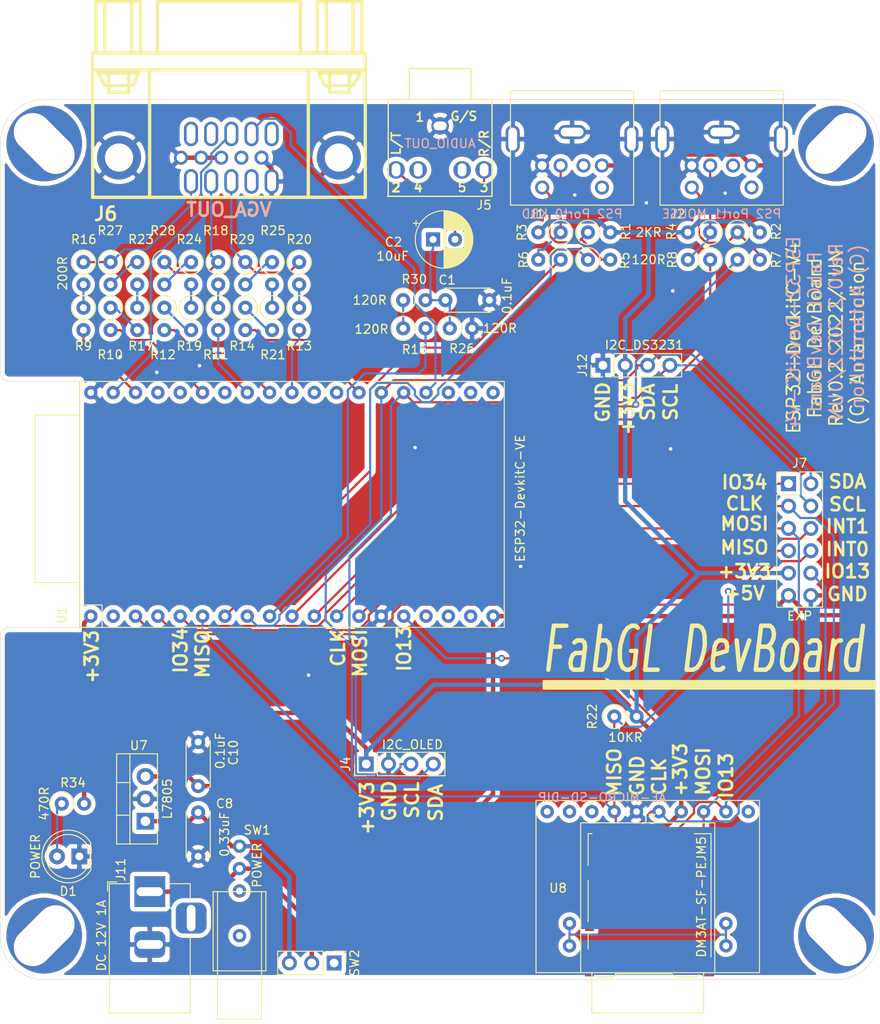
<source format=kicad_pcb>
(kicad_pcb (version 20171130) (host pcbnew "(5.1.6)-1")
  (layers (0 F.Cu signal) (31 B.Cu signal) (34 B.Paste user) (35 F.Paste user) (36 B.SilkS user) (37 F.SilkS user) (38 B.Mask user) (39 F.Mask user) (44 Edge.Cuts user))
  (net 0 "")
  (net 1 "Net-(C1-Pad2)")
  (net 2 GND)
  (net 3 "Net-(C2-Pad2)")
  (net 4 +3V3)
  (net 5 "Net-(J1-Pad5)")
  (net 6 +5V)
  (net 7 "Net-(J1-Pad1)")
  (net 8 "Net-(J2-Pad5)")
  (net 9 "Net-(J2-Pad1)")
  (net 10 SPI_MISO)
  (net 11 SPI_CLK)
  (net 12 SPI_MOSI)
  (net 13 TF_CD)
  (net 14 I2C_SDA)
  (net 15 I2C_SCL)
  (net 16 "Net-(J6-Pad3)")
  (net 17 "Net-(J6-Pad2)")
  (net 18 "Net-(J6-Pad1)")
  (net 19 HSYNC)
  (net 20 VSYNC)
  (net 21 PS2_Port0_CLK)
  (net 22 PS2_Port0_DAT)
  (net 23 PS2_Port1_CLK)
  (net 24 PS2_Port1_DAT)
  (net 25 Red_1)
  (net 26 "Net-(R16-Pad2)")
  (net 27 Red_0)
  (net 28 "Net-(R10-Pad1)")
  (net 29 Green_0)
  (net 30 "Net-(R11-Pad1)")
  (net 31 Green_1)
  (net 32 "Net-(R12-Pad1)")
  (net 33 Blue_0)
  (net 34 "Net-(R13-Pad1)")
  (net 35 Blue_1)
  (net 36 "Net-(R14-Pad1)")
  (net 37 AUDIO)
  (net 38 "Net-(R17-Pad1)")
  (net 39 "Net-(R19-Pad1)")
  (net 40 "Net-(R21-Pad1)")
  (net 41 "Net-(R23-Pad1)")
  (net 42 "Net-(R24-Pad1)")
  (net 43 "Net-(R25-Pad1)")
  (net 44 EXP_CS#)
  (net 45 INT_0)
  (net 46 INT_1)
  (net 47 "Net-(D1-Pad2)")
  (net 48 "Net-(J11-Pad1)")
  (net 49 "Net-(U8-Pad0)")
  (net 50 "Net-(C8-Pad1)")
  (net 51 "Net-(R15-Pad1)")
  (module Connector_PinHeader_2.54mm:PinHeader_1x03_P2.54mm_Vertical (layer F.Cu) (at 87.95 148.1 270)
    (fp_text reference SW2 (at 0 -2.33 90) (layer F.SilkS))
    (fp_text value POWER)
    (pad 3 thru_hole oval (at 0 5.08 270) (size 1.7 1.7) (drill 1) (layers *.Cu *.Mask) (net 50 "Net-(C8-Pad1)"))
    (pad 2 thru_hole oval (at 0 2.54 270) (size 1.7 1.7) (drill 1) (layers *.Cu *.Mask) (net 48 "Net-(J11-Pad1)"))
    (pad 1 thru_hole rect (at 0 0 270) (size 1.7 1.7) (drill 1) (layers *.Cu *.Mask))
  )
  (module Resistor_THT:R_Axial_DIN0207_L6.3mm_D2.5mm_P2.54mm_Vertical (layer F.Cu) (at 95.8 72.8)
    (fp_text reference R30 (at 1.27 -2.37) (layer F.SilkS))
    (fp_text value 120R (at -3.8 0) (layer F.SilkS))
    (pad 2 thru_hole oval (at 2.54 0) (size 1.6 1.6) (drill 0.8) (layers *.Cu *.Mask) (net 1 "Net-(C1-Pad2)"))
    (pad 1 thru_hole circle (at 0 0) (size 1.6 1.6) (drill 0.8) (layers *.Cu *.Mask) (net 51 "Net-(R15-Pad1)"))
  )
  (module Resistor_THT:R_Axial_DIN0207_L6.3mm_D2.5mm_P2.54mm_Vertical (layer F.Cu) (at 95.8 76)
    (fp_text reference R15 (at 1.3 2.4) (layer F.SilkS))
    (fp_text value 120R (at -3.6 0.1) (layer F.SilkS))
    (pad 2 thru_hole oval (at 2.54 0) (size 1.6 1.6) (drill 0.8) (layers *.Cu *.Mask) (net 37 AUDIO))
    (pad 1 thru_hole circle (at 0 0) (size 1.6 1.6) (drill 0.8) (layers *.Cu *.Mask) (net 51 "Net-(R15-Pad1)"))
  )
  (module Connector_PinHeader_2.54mm:PinHeader_2x06_P2.54mm_Vertical (layer F.Cu) (at 139.6 93.65)
    (fp_text reference J7 (at 1.27 -2.33) (layer F.SilkS))
    (fp_text value EXP (at 1.27 15.03) (layer F.SilkS))
    (pad 12 thru_hole oval (at 2.54 12.7) (size 1.7 1.7) (drill 1) (layers *.Cu *.Mask) (net 2 GND))
    (pad 11 thru_hole oval (at 0 12.7) (size 1.7 1.7) (drill 1) (layers *.Cu *.Mask) (net 6 +5V))
    (pad 10 thru_hole oval (at 2.54 10.16) (size 1.7 1.7) (drill 1) (layers *.Cu *.Mask) (net 13 TF_CD))
    (pad 9 thru_hole oval (at 0 10.16) (size 1.7 1.7) (drill 1) (layers *.Cu *.Mask) (net 4 +3V3))
    (pad 8 thru_hole oval (at 2.54 7.62) (size 1.7 1.7) (drill 1) (layers *.Cu *.Mask) (net 45 INT_0))
    (pad 7 thru_hole oval (at 0 7.62) (size 1.7 1.7) (drill 1) (layers *.Cu *.Mask) (net 10 SPI_MISO))
    (pad 6 thru_hole oval (at 2.54 5.08) (size 1.7 1.7) (drill 1) (layers *.Cu *.Mask) (net 46 INT_1))
    (pad 5 thru_hole oval (at 0 5.08) (size 1.7 1.7) (drill 1) (layers *.Cu *.Mask) (net 12 SPI_MOSI))
    (pad 4 thru_hole oval (at 2.54 2.54) (size 1.7 1.7) (drill 1) (layers *.Cu *.Mask) (net 15 I2C_SCL))
    (pad 3 thru_hole oval (at 0 2.54) (size 1.7 1.7) (drill 1) (layers *.Cu *.Mask) (net 11 SPI_CLK))
    (pad 2 thru_hole oval (at 2.54 0) (size 1.7 1.7) (drill 1) (layers *.Cu *.Mask) (net 14 I2C_SDA))
    (pad 1 thru_hole rect (at 0 0) (size 1.7 1.7) (drill 1) (layers *.Cu *.Mask) (net 44 EXP_CS#))
  )
  (module Connector_PinHeader_2.54mm:PinHeader_1x04_P2.54mm_Vertical (layer F.Cu) (at 118.5 80.2 90)
    (fp_text reference J12 (at 0 -2.33 90) (layer F.SilkS))
    (fp_text value I2C_DS3231 (at 2.3 4.7 180) (layer F.SilkS))
    (pad 4 thru_hole oval (at 0 7.62 90) (size 1.7 1.7) (drill 1) (layers *.Cu *.Mask) (net 15 I2C_SCL))
    (pad 3 thru_hole oval (at 0 5.08 90) (size 1.7 1.7) (drill 1) (layers *.Cu *.Mask) (net 14 I2C_SDA))
    (pad 2 thru_hole oval (at 0 2.54 90) (size 1.7 1.7) (drill 1) (layers *.Cu *.Mask) (net 4 +3V3))
    (pad 1 thru_hole rect (at 0 0 90) (size 1.7 1.7) (drill 1) (layers *.Cu *.Mask) (net 2 GND))
  )
  (module "ryuk_lib:mini DIN 6 PCB" (layer F.Cu) (at 132 49)
    (fp_text reference J2 (at -5 14) (layer F.SilkS))
    (fp_text value "PS2 Port1 MOUSE" (at 0 14) (layer B.SilkS) (effects (justify mirror)))
    (pad 0 thru_hole oval (at -6.75 5.5) (size 1.6 3.2) (drill oval 1 2.6) (layers *.Cu *.Mask) (net 2 GND))
    (pad 0 thru_hole oval (at 6.75 5.5) (size 1.6 3.2) (drill oval 1 2.6) (layers *.Cu *.Mask) (net 2 GND))
    (pad 0 thru_hole oval (at 0 4.7) (size 3.2 1.6) (drill oval 2.6 1) (layers *.Cu *.Mask) (net 2 GND))
    (pad 5 thru_hole circle (at -3.4 11) (size 1.6 1.6) (drill 1) (layers *.Cu *.Mask) (net 8 "Net-(J2-Pad5)"))
    (pad 6 thru_hole circle (at 3.4 11) (size 1.6 1.6) (drill 1) (layers *.Cu *.Mask))
    (pad 3 thru_hole circle (at -3.4 8.5) (size 1.6 1.6) (drill 1) (layers *.Cu *.Mask) (net 2 GND))
    (pad 4 thru_hole circle (at 3.4 8.5) (size 1.6 1.6) (drill 1) (layers *.Cu *.Mask) (net 6 +5V))
    (pad 1 thru_hole circle (at -1.3 8.5) (size 1.6 1.6) (drill 1) (layers *.Cu *.Mask) (net 9 "Net-(J2-Pad1)"))
    (pad 2 thru_hole circle (at 1.3 8.5) (size 1.6 1.6) (drill 1) (layers *.Cu *.Mask))
  )
  (module "ryuk_lib:mini DIN 6 PCB" (layer F.Cu) (at 115 49)
    (fp_text reference J1 (at -4 14) (layer F.SilkS))
    (fp_text value "PS2 Port0 KBD" (at 0 14) (layer B.SilkS) (effects (justify mirror)))
    (pad 0 thru_hole oval (at -6.75 5.5) (size 1.6 3.2) (drill oval 1 2.6) (layers *.Cu *.Mask) (net 2 GND))
    (pad 0 thru_hole oval (at 6.75 5.5) (size 1.6 3.2) (drill oval 1 2.6) (layers *.Cu *.Mask) (net 2 GND))
    (pad 0 thru_hole oval (at 0 4.7) (size 3.2 1.6) (drill oval 2.6 1) (layers *.Cu *.Mask) (net 2 GND))
    (pad 5 thru_hole circle (at -3.4 11) (size 1.6 1.6) (drill 1) (layers *.Cu *.Mask) (net 5 "Net-(J1-Pad5)"))
    (pad 6 thru_hole circle (at 3.4 11) (size 1.6 1.6) (drill 1) (layers *.Cu *.Mask))
    (pad 3 thru_hole circle (at -3.4 8.5) (size 1.6 1.6) (drill 1) (layers *.Cu *.Mask) (net 2 GND))
    (pad 4 thru_hole circle (at 3.4 8.5) (size 1.6 1.6) (drill 1) (layers *.Cu *.Mask) (net 6 +5V))
    (pad 1 thru_hole circle (at -1.3 8.5) (size 1.6 1.6) (drill 1) (layers *.Cu *.Mask) (net 7 "Net-(J1-Pad1)"))
    (pad 2 thru_hole circle (at 1.3 8.5) (size 1.6 1.6) (drill 1) (layers *.Cu *.Mask))
  )
  (module ryuk_lib:AE-MICRO-SD-DIP (layer F.Cu) (at 123.6 149.2 180)
    (fp_text reference U8 (at 10.2 9.6) (layer F.SilkS))
    (fp_text value AE-MICRO-SD-DIP (at 5.2 19.9) (layer B.SilkS) (effects (justify mirror)))
    (pad 0 thru_hole circle (at 8.89 3.05 180) (size 1.524 1.524) (drill 0.762) (layers *.Cu *.Mask) (net 49 "Net-(U8-Pad0)"))
    (pad 0 thru_hole circle (at -8.89 3.05 180) (size 1.524 1.524) (drill 0.762) (layers *.Cu *.Mask) (net 49 "Net-(U8-Pad0)"))
    (pad 0 thru_hole circle (at -8.89 5.59 180) (size 1.524 1.524) (drill 0.762) (layers *.Cu *.Mask) (net 49 "Net-(U8-Pad0)"))
    (pad 0 thru_hole circle (at 8.89 5.59 180) (size 1.524 1.524) (drill 0.762) (layers *.Cu *.Mask) (net 49 "Net-(U8-Pad0)"))
    (pad 10 thru_hole circle (at 11.43 18.29 180) (size 1.524 1.524) (drill 0.762) (layers *.Cu *.Mask))
    (pad 9 thru_hole circle (at 8.89 18.29 180) (size 1.524 1.524) (drill 0.762) (layers *.Cu *.Mask))
    (pad 8 thru_hole circle (at 6.35 18.29 180) (size 1.524 1.524) (drill 0.762) (layers *.Cu *.Mask))
    (pad 7 thru_hole circle (at 3.81 18.29 180) (size 1.524 1.524) (drill 0.762) (layers *.Cu *.Mask) (net 10 SPI_MISO))
    (pad 6 thru_hole circle (at 1.27 18.29 180) (size 1.524 1.524) (drill 0.762) (layers *.Cu *.Mask) (net 2 GND))
    (pad 5 thru_hole circle (at -1.27 18.29 180) (size 1.524 1.524) (drill 0.762) (layers *.Cu *.Mask) (net 11 SPI_CLK))
    (pad 4 thru_hole circle (at -3.81 18.29 180) (size 1.524 1.524) (drill 0.762) (layers *.Cu *.Mask) (net 4 +3V3))
    (pad 3 thru_hole circle (at -6.35 18.29 180) (size 1.524 1.524) (drill 0.762) (layers *.Cu *.Mask) (net 12 SPI_MOSI))
    (pad 2 thru_hole circle (at -8.89 18.29 180) (size 1.524 1.524) (drill 0.762) (layers *.Cu *.Mask) (net 13 TF_CD))
    (pad 1 thru_hole circle (at -11.43 18.29 180) (size 1.524 1.524) (drill 0.762) (layers *.Cu *.Mask))
  )
  (module Package_TO_SOT_THT:TO-220-3_Vertical (layer F.Cu) (at 66.5 132 90)
    (fp_text reference U7 (at 8.6 -0.75 180) (layer F.SilkS))
    (fp_text value L7805 (at 2.54 2.5 90) (layer F.SilkS))
    (pad 3 thru_hole oval (at 5.08 0 90) (size 1.905 2) (drill 1.1) (layers *.Cu *.Mask) (net 6 +5V))
    (pad 2 thru_hole oval (at 2.54 0 90) (size 1.905 2) (drill 1.1) (layers *.Cu *.Mask) (net 2 GND))
    (pad 1 thru_hole rect (at 0 0 90) (size 1.905 2) (drill 1.1) (layers *.Cu *.Mask) (net 50 "Net-(C8-Pad1)"))
  )
  (module ryuk_lib:2MS1T1B4M7QES (layer F.Cu) (at 77.2 145 180)
    (fp_text reference SW1 (at -2 12) (layer F.SilkS))
    (fp_text value POWER (at -2 8 90) (layer F.SilkS))
    (pad 0 thru_hole circle (at 0 0 180) (size 1.524 1.524) (drill 0.8) (layers *.Cu *.Mask))
    (pad 3 thru_hole circle (at 0 10.16 180) (size 1.524 1.524) (drill 0.8) (layers *.Cu *.Mask) (net 50 "Net-(C8-Pad1)"))
    (pad 2 thru_hole circle (at 0 7.62 180) (size 1.524 1.524) (drill 0.8) (layers *.Cu *.Mask) (net 48 "Net-(J11-Pad1)"))
    (pad 1 thru_hole circle (at 0 5.08 180) (size 1.524 1.524) (drill 0.8) (layers *.Cu *.Mask))
  )
  (module Resistor_THT:R_Axial_DIN0207_L6.3mm_D2.5mm_P2.54mm_Vertical (layer F.Cu) (at 57 130)
    (fp_text reference R34 (at 1.27 -2.37) (layer F.SilkS))
    (fp_text value 470R (at -2 0 90) (layer F.SilkS))
    (pad 2 thru_hole oval (at 2.54 0) (size 1.6 1.6) (drill 0.8) (layers *.Cu *.Mask) (net 4 +3V3))
    (pad 1 thru_hole circle (at 0 0) (size 1.6 1.6) (drill 0.8) (layers *.Cu *.Mask) (net 47 "Net-(D1-Pad2)"))
  )
  (module Connector_BarrelJack:BarrelJack_Horizontal (layer F.Cu) (at 67 140 90)
    (fp_text reference J11 (at 2.5 -3.3 90) (layer F.SilkS))
    (fp_text value "DC 12V 1A" (at -5 -5.5 90) (layer F.SilkS))
    (pad 3 thru_hole roundrect (at -3 4.7 90) (size 3.5 3.5) (drill oval 3 1) (layers *.Cu *.Mask))
    (pad 2 thru_hole roundrect (at -6 0 90) (size 3 3.5) (drill oval 1 3) (layers *.Cu *.Mask) (net 2 GND))
    (pad 1 thru_hole rect (at 0 0 90) (size 3.5 3.5) (drill oval 1 3) (layers *.Cu *.Mask) (net 48 "Net-(J11-Pad1)"))
  )
  (module LED_THT:LED_D5.0mm (layer F.Cu) (at 59 136 180)
    (fp_text reference D1 (at 1.27 -3.96) (layer F.SilkS))
    (fp_text value POWER (at 5 0 90) (layer F.SilkS))
    (pad 2 thru_hole circle (at 2.54 0 180) (size 1.8 1.8) (drill 0.9) (layers *.Cu *.Mask) (net 47 "Net-(D1-Pad2)"))
    (pad 1 thru_hole rect (at 0 0 180) (size 1.8 1.8) (drill 0.9) (layers *.Cu *.Mask) (net 2 GND))
  )
  (module Capacitor_THT:C_Disc_D5.0mm_W2.5mm_P5.00mm (layer F.Cu) (at 72.5 128 90)
    (fp_text reference C10 (at 3.8 4 270) (layer F.SilkS))
    (fp_text value 0.1uF (at 4 2.5 90) (layer F.SilkS))
    (pad 2 thru_hole circle (at 5 0 90) (size 1.6 1.6) (drill 0.8) (layers *.Cu *.Mask) (net 2 GND))
    (pad 1 thru_hole circle (at 0 0 90) (size 1.6 1.6) (drill 0.8) (layers *.Cu *.Mask) (net 6 +5V))
  )
  (module Capacitor_THT:C_Disc_D5.0mm_W2.5mm_P5.00mm (layer F.Cu) (at 72.5 131 270)
    (fp_text reference C8 (at -1 -3 180) (layer F.SilkS))
    (fp_text value 0.33uF (at 2.5 -3 90) (layer F.SilkS))
    (pad 2 thru_hole circle (at 5 0 270) (size 1.6 1.6) (drill 0.8) (layers *.Cu *.Mask) (net 2 GND))
    (pad 1 thru_hole circle (at 0 0 270) (size 1.6 1.6) (drill 0.8) (layers *.Cu *.Mask) (net 50 "Net-(C8-Pad1)"))
  )
  (module Connector_Card:microSD_HC_Hirose_DM3AT-SF-PEJM5 (layer F.Cu) (at 123.8 141.3)
    (fp_text reference J3 (at -0.075 -9.525) (layer F.SilkS))
    (fp_text value DM3AT-SF-PEJM5 (at 5.9 -0.7 90) (layer F.SilkS))
    (pad 11 smd rect (at 6.675 7.375) (size 1.3 1.9) (layers F.Cu F.Paste F.Mask))
    (pad 11 smd rect (at -6.825 6.925) (size 1 2.8) (layers F.Cu F.Paste F.Mask))
    (pad 10 smd rect (at -6.825 2.775) (size 1 0.8) (layers F.Cu F.Paste F.Mask))
    (pad 11 smd rect (at -6.825 -3.425) (size 1 1.2) (layers F.Cu F.Paste F.Mask))
    (pad 11 smd rect (at 4.325 -7.725) (size 1 1.2) (layers F.Cu F.Paste F.Mask))
    (pad 7 smd rect (at -3.825 -7.725) (size 0.7 1.2) (layers F.Cu F.Paste F.Mask) (net 10 SPI_MISO))
    (pad 6 smd rect (at -2.725 -7.725) (size 0.7 1.2) (layers F.Cu F.Paste F.Mask) (net 2 GND))
    (pad 5 smd rect (at -1.625 -7.725) (size 0.7 1.2) (layers F.Cu F.Paste F.Mask) (net 11 SPI_CLK))
    (pad 4 smd rect (at -0.525 -7.725) (size 0.7 1.2) (layers F.Cu F.Paste F.Mask) (net 4 +3V3))
    (pad 3 smd rect (at 0.575 -7.725) (size 0.7 1.2) (layers F.Cu F.Paste F.Mask) (net 12 SPI_MOSI))
    (pad 2 smd rect (at 1.675 -7.725) (size 0.7 1.2) (layers F.Cu F.Paste F.Mask) (net 13 TF_CD))
    (pad 1 smd rect (at 2.775 -7.725) (size 0.7 1.2) (layers F.Cu F.Paste F.Mask))
    (pad 8 smd rect (at -4.925 -7.725) (size 0.7 1.2) (layers F.Cu F.Paste F.Mask))
    (pad 9 smd rect (at -5.875 -7.725) (size 0.7 1.2) (layers F.Cu F.Paste F.Mask) (net 2 GND))
  )
  (module MountingHole:MountingHole_4.3mm_M4 (layer F.Cu) (at 145 145)
    (fp_text reference H4 hide)
    (fp_text value M4)
    (pad "" np_thru_hole circle (at 0 0 45) (size 8.6 8.6) (drill oval 4.3 8) (layers *.Cu *.Mask))
  )
  (module MountingHole:MountingHole_4.3mm_M4 (layer F.Cu) (at 55 145)
    (fp_text reference H3 hide)
    (fp_text value M4)
    (pad "" np_thru_hole circle (at 0 0 135) (size 8.6 8.6) (drill oval 4.3 8) (layers *.Cu *.Mask))
  )
  (module MountingHole:MountingHole_4.3mm_M4 (layer F.Cu) (at 145 55)
    (fp_text reference H2 hide)
    (fp_text value M4)
    (pad "" np_thru_hole circle (at 0 0 135) (size 8.6 8.6) (drill oval 4.3 8) (layers *.Cu *.Mask))
  )
  (module MountingHole:MountingHole_4.3mm_M4 (layer F.Cu) (at 55 55)
    (fp_text reference H1 hide)
    (fp_text value M4)
    (pad "" np_thru_hole circle (at 0 0 45) (size 8.6 8.6) (drill oval 4.3 8) (layers *.Cu *.Mask))
  )
  (module ryuk_lib:ESP32-DevkitC-V4 (layer F.Cu) (at 60.3 96 90)
    (fp_text reference U1 (at -12.6 -3.3 90) (layer F.SilkS))
    (fp_text value ESP32-DevkitC-VE (at 0.7 48.8 90) (layer F.SilkS))
    (pad 38 thru_hole circle (at 12.7 0 90) (size 1.524 1.524) (drill 0.762) (layers *.Cu *.Mask) (net 2 GND))
    (pad 37 thru_hole circle (at 12.7 2.54 90) (size 1.524 1.524) (drill 0.762) (layers *.Cu *.Mask) (net 19 HSYNC))
    (pad 36 thru_hole circle (at 12.7 5.08 90) (size 1.524 1.524) (drill 0.762) (layers *.Cu *.Mask) (net 25 Red_1))
    (pad 35 thru_hole circle (at 12.7 7.62 90) (size 1.524 1.524) (drill 0.762) (layers *.Cu *.Mask))
    (pad 34 thru_hole circle (at 12.7 10.16 90) (size 1.524 1.524) (drill 0.762) (layers *.Cu *.Mask))
    (pad 33 thru_hole circle (at 12.7 12.7 90) (size 1.524 1.524) (drill 0.762) (layers *.Cu *.Mask) (net 27 Red_0))
    (pad 32 thru_hole circle (at 12.7 15.24 90) (size 1.524 1.524) (drill 0.762) (layers *.Cu *.Mask))
    (pad 31 thru_hole circle (at 12.7 17.78 90) (size 1.524 1.524) (drill 0.762) (layers *.Cu *.Mask) (net 31 Green_1))
    (pad 30 thru_hole circle (at 12.7 20.32 90) (size 1.524 1.524) (drill 0.762) (layers *.Cu *.Mask) (net 29 Green_0))
    (pad 29 thru_hole circle (at 12.7 22.86 90) (size 1.524 1.524) (drill 0.762) (layers *.Cu *.Mask) (net 35 Blue_1))
    (pad 28 thru_hole circle (at 12.7 25.4 90) (size 1.524 1.524) (drill 0.762) (layers *.Cu *.Mask))
    (pad 27 thru_hole circle (at 12.7 27.94 90) (size 1.524 1.524) (drill 0.762) (layers *.Cu *.Mask))
    (pad 26 thru_hole circle (at 12.7 30.48 90) (size 1.524 1.524) (drill 0.762) (layers *.Cu *.Mask) (net 33 Blue_0))
    (pad 25 thru_hole circle (at 12.7 33.02 90) (size 1.524 1.524) (drill 0.762) (layers *.Cu *.Mask) (net 14 I2C_SDA))
    (pad 24 thru_hole circle (at 12.7 35.56 90) (size 1.524 1.524) (drill 0.762) (layers *.Cu *.Mask) (net 15 I2C_SCL))
    (pad 23 thru_hole circle (at 12.7 38.1 90) (size 1.524 1.524) (drill 0.762) (layers *.Cu *.Mask) (net 20 VSYNC))
    (pad 22 thru_hole circle (at 12.7 40.64 90) (size 1.524 1.524) (drill 0.762) (layers *.Cu *.Mask))
    (pad 21 thru_hole circle (at 12.7 43.18 90) (size 1.524 1.524) (drill 0.762) (layers *.Cu *.Mask))
    (pad 20 thru_hole circle (at 12.7 45.72 90) (size 1.524 1.524) (drill 0.762) (layers *.Cu *.Mask))
    (pad 19 thru_hole circle (at -12.7 45.72 90) (size 1.524 1.524) (drill 0.762) (layers *.Cu *.Mask) (net 6 +5V))
    (pad 18 thru_hole circle (at -12.7 43.18 90) (size 1.524 1.524) (drill 0.762) (layers *.Cu *.Mask))
    (pad 17 thru_hole circle (at -12.7 40.64 90) (size 1.524 1.524) (drill 0.762) (layers *.Cu *.Mask))
    (pad 16 thru_hole circle (at -12.7 38.1 90) (size 1.524 1.524) (drill 0.762) (layers *.Cu *.Mask))
    (pad 15 thru_hole circle (at -12.7 35.56 90) (size 1.524 1.524) (drill 0.762) (layers *.Cu *.Mask) (net 13 TF_CD))
    (pad 14 thru_hole circle (at -12.7 33.02 90) (size 1.524 1.524) (drill 0.762) (layers *.Cu *.Mask) (net 2 GND))
    (pad 13 thru_hole circle (at -12.7 30.48 90) (size 1.524 1.524) (drill 0.762) (layers *.Cu *.Mask) (net 12 SPI_MOSI))
    (pad 12 thru_hole circle (at -12.7 27.94 90) (size 1.524 1.524) (drill 0.762) (layers *.Cu *.Mask) (net 11 SPI_CLK))
    (pad 11 thru_hole circle (at -12.7 25.4 90) (size 1.524 1.524) (drill 0.762) (layers *.Cu *.Mask) (net 24 PS2_Port1_DAT))
    (pad 10 thru_hole circle (at -12.7 22.86 90) (size 1.524 1.524) (drill 0.762) (layers *.Cu *.Mask) (net 23 PS2_Port1_CLK))
    (pad 9 thru_hole circle (at -12.7 20.32 90) (size 1.524 1.524) (drill 0.762) (layers *.Cu *.Mask) (net 37 AUDIO))
    (pad 8 thru_hole circle (at -12.7 17.78 90) (size 1.524 1.524) (drill 0.762) (layers *.Cu *.Mask) (net 21 PS2_Port0_CLK))
    (pad 7 thru_hole circle (at -12.7 15.24 90) (size 1.524 1.524) (drill 0.762) (layers *.Cu *.Mask) (net 22 PS2_Port0_DAT))
    (pad 6 thru_hole circle (at -12.7 12.7 90) (size 1.524 1.524) (drill 0.762) (layers *.Cu *.Mask) (net 10 SPI_MISO))
    (pad 5 thru_hole circle (at -12.7 10.16 90) (size 1.524 1.524) (drill 0.762) (layers *.Cu *.Mask) (net 44 EXP_CS#))
    (pad 4 thru_hole circle (at -12.7 7.62 90) (size 1.524 1.524) (drill 0.762) (layers *.Cu *.Mask) (net 46 INT_1))
    (pad 3 thru_hole circle (at -12.7 5.08 90) (size 1.524 1.524) (drill 0.762) (layers *.Cu *.Mask) (net 45 INT_0))
    (pad 2 thru_hole circle (at -12.7 2.54 90) (size 1.524 1.524) (drill 0.762) (layers *.Cu *.Mask))
    (pad 1 thru_hole circle (at -12.7 0 90) (size 1.524 1.524) (drill 0.762) (layers *.Cu *.Mask) (net 4 +3V3))
  )
  (module Resistor_THT:R_Axial_DIN0207_L6.3mm_D2.5mm_P2.54mm_Vertical (layer F.Cu) (at 77.86 68.48 270)
    (fp_text reference R29 (at -2.58 0.36 180) (layer F.SilkS))
    (fp_text value 200R)
    (pad 2 thru_hole oval (at 2.54 0 270) (size 1.6 1.6) (drill 0.8) (layers *.Cu *.Mask) (net 43 "Net-(R25-Pad1)"))
    (pad 1 thru_hole circle (at 0 0 270) (size 1.6 1.6) (drill 0.8) (layers *.Cu *.Mask) (net 16 "Net-(J6-Pad3)"))
  )
  (module Resistor_THT:R_Axial_DIN0207_L6.3mm_D2.5mm_P2.54mm_Vertical (layer F.Cu) (at 68.66 68.48 270)
    (fp_text reference R28 (at -3.58 0.16 180) (layer F.SilkS))
    (fp_text value 200R)
    (pad 2 thru_hole oval (at 2.54 0 270) (size 1.6 1.6) (drill 0.8) (layers *.Cu *.Mask) (net 42 "Net-(R24-Pad1)"))
    (pad 1 thru_hole circle (at 0 0 270) (size 1.6 1.6) (drill 0.8) (layers *.Cu *.Mask) (net 17 "Net-(J6-Pad2)"))
  )
  (module Resistor_THT:R_Axial_DIN0207_L6.3mm_D2.5mm_P2.54mm_Vertical (layer F.Cu) (at 62.54 68.48 270)
    (fp_text reference R27 (at -3.58 0.04 180) (layer F.SilkS))
    (fp_text value 200R)
    (pad 2 thru_hole oval (at 2.54 0 270) (size 1.6 1.6) (drill 0.8) (layers *.Cu *.Mask) (net 41 "Net-(R23-Pad1)"))
    (pad 1 thru_hole circle (at 0 0 270) (size 1.6 1.6) (drill 0.8) (layers *.Cu *.Mask) (net 18 "Net-(J6-Pad1)"))
  )
  (module Resistor_THT:R_Axial_DIN0207_L6.3mm_D2.5mm_P2.54mm_Vertical (layer F.Cu) (at 101.1 76)
    (fp_text reference R26 (at 1.38 2.3 180) (layer F.SilkS))
    (fp_text value 120R (at 5.7 0) (layer F.SilkS))
    (pad 2 thru_hole oval (at 2.54 0) (size 1.6 1.6) (drill 0.8) (layers *.Cu *.Mask) (net 2 GND))
    (pad 1 thru_hole circle (at 0 0) (size 1.6 1.6) (drill 0.8) (layers *.Cu *.Mask) (net 1 "Net-(C1-Pad2)"))
  )
  (module Resistor_THT:R_Axial_DIN0207_L6.3mm_D2.5mm_P2.54mm_Vertical (layer F.Cu) (at 80.9 68.48 270)
    (fp_text reference R25 (at -3.58 -0.1 180) (layer F.SilkS))
    (fp_text value 200R)
    (pad 2 thru_hole oval (at 2.54 0 270) (size 1.6 1.6) (drill 0.8) (layers *.Cu *.Mask) (net 40 "Net-(R21-Pad1)"))
    (pad 1 thru_hole circle (at 0 0 270) (size 1.6 1.6) (drill 0.8) (layers *.Cu *.Mask) (net 43 "Net-(R25-Pad1)"))
  )
  (module Resistor_THT:R_Axial_DIN0207_L6.3mm_D2.5mm_P2.54mm_Vertical (layer F.Cu) (at 71.7 68.48 270)
    (fp_text reference R24 (at -2.58 0.2 180) (layer F.SilkS))
    (fp_text value 200R)
    (pad 2 thru_hole oval (at 2.54 0 270) (size 1.6 1.6) (drill 0.8) (layers *.Cu *.Mask) (net 39 "Net-(R19-Pad1)"))
    (pad 1 thru_hole circle (at 0 0 270) (size 1.6 1.6) (drill 0.8) (layers *.Cu *.Mask) (net 42 "Net-(R24-Pad1)"))
  )
  (module Resistor_THT:R_Axial_DIN0207_L6.3mm_D2.5mm_P2.54mm_Vertical (layer F.Cu) (at 65.58 68.48 270)
    (fp_text reference R23 (at -2.58 -0.42 180) (layer F.SilkS))
    (fp_text value 200R)
    (pad 2 thru_hole oval (at 2.54 0 270) (size 1.6 1.6) (drill 0.8) (layers *.Cu *.Mask) (net 38 "Net-(R17-Pad1)"))
    (pad 1 thru_hole circle (at 0 0 270) (size 1.6 1.6) (drill 0.8) (layers *.Cu *.Mask) (net 41 "Net-(R23-Pad1)"))
  )
  (module Resistor_THT:R_Axial_DIN0207_L6.3mm_D2.5mm_P2.54mm_Vertical (layer F.Cu) (at 119.8 120.1)
    (fp_text reference R22 (at -2.5 0 90) (layer F.SilkS))
    (fp_text value 10KR (at 1.27 2.37) (layer F.SilkS))
    (pad 2 thru_hole oval (at 2.54 0) (size 1.6 1.6) (drill 0.8) (layers *.Cu *.Mask) (net 4 +3V3))
    (pad 1 thru_hole circle (at 0 0) (size 1.6 1.6) (drill 0.8) (layers *.Cu *.Mask) (net 10 SPI_MISO))
  )
  (module Resistor_THT:R_Axial_DIN0207_L6.3mm_D2.5mm_P2.54mm_Vertical (layer F.Cu) (at 80.9 73.66 270)
    (fp_text reference R21 (at 5.34 -0.1 180) (layer F.SilkS))
    (fp_text value 200R)
    (pad 2 thru_hole oval (at 2.54 0 270) (size 1.6 1.6) (drill 0.8) (layers *.Cu *.Mask) (net 36 "Net-(R14-Pad1)"))
    (pad 1 thru_hole circle (at 0 0 270) (size 1.6 1.6) (drill 0.8) (layers *.Cu *.Mask) (net 40 "Net-(R21-Pad1)"))
  )
  (module Resistor_THT:R_Axial_DIN0207_L6.3mm_D2.5mm_P2.54mm_Vertical (layer F.Cu) (at 83.98 68.48 270)
    (fp_text reference R20 (at -2.58 -0.02 180) (layer F.SilkS))
    (fp_text value 200R)
    (pad 2 thru_hole oval (at 2.54 0 270) (size 1.6 1.6) (drill 0.8) (layers *.Cu *.Mask) (net 34 "Net-(R13-Pad1)"))
    (pad 1 thru_hole circle (at 0 0 270) (size 1.6 1.6) (drill 0.8) (layers *.Cu *.Mask) (net 16 "Net-(J6-Pad3)"))
  )
  (module Resistor_THT:R_Axial_DIN0207_L6.3mm_D2.5mm_P2.54mm_Vertical (layer F.Cu) (at 71.7 73.66 270)
    (fp_text reference R19 (at 4.34 0.2 180) (layer F.SilkS))
    (fp_text value 200R)
    (pad 2 thru_hole oval (at 2.54 0 270) (size 1.6 1.6) (drill 0.8) (layers *.Cu *.Mask) (net 32 "Net-(R12-Pad1)"))
    (pad 1 thru_hole circle (at 0 0 270) (size 1.6 1.6) (drill 0.8) (layers *.Cu *.Mask) (net 39 "Net-(R19-Pad1)"))
  )
  (module Resistor_THT:R_Axial_DIN0207_L6.3mm_D2.5mm_P2.54mm_Vertical (layer F.Cu) (at 74.78 68.48 270)
    (fp_text reference R18 (at -3.58 0.28 180) (layer F.SilkS))
    (fp_text value 200R)
    (pad 2 thru_hole oval (at 2.54 0 270) (size 1.6 1.6) (drill 0.8) (layers *.Cu *.Mask) (net 30 "Net-(R11-Pad1)"))
    (pad 1 thru_hole circle (at 0 0 270) (size 1.6 1.6) (drill 0.8) (layers *.Cu *.Mask) (net 17 "Net-(J6-Pad2)"))
  )
  (module Resistor_THT:R_Axial_DIN0207_L6.3mm_D2.5mm_P2.54mm_Vertical (layer F.Cu) (at 65.58 73.66 270)
    (fp_text reference R17 (at 4.34 -0.42 180) (layer F.SilkS))
    (fp_text value 200R)
    (pad 2 thru_hole oval (at 2.54 0 270) (size 1.6 1.6) (drill 0.8) (layers *.Cu *.Mask) (net 28 "Net-(R10-Pad1)"))
    (pad 1 thru_hole circle (at 0 0 270) (size 1.6 1.6) (drill 0.8) (layers *.Cu *.Mask) (net 38 "Net-(R17-Pad1)"))
  )
  (module Resistor_THT:R_Axial_DIN0207_L6.3mm_D2.5mm_P2.54mm_Vertical (layer F.Cu) (at 59.46 68.48 270)
    (fp_text reference R16 (at -2.58 -0.04 180) (layer F.SilkS))
    (fp_text value 200R (at 1.27 2.37 90) (layer F.SilkS))
    (pad 2 thru_hole oval (at 2.54 0 270) (size 1.6 1.6) (drill 0.8) (layers *.Cu *.Mask) (net 26 "Net-(R16-Pad2)"))
    (pad 1 thru_hole circle (at 0 0 270) (size 1.6 1.6) (drill 0.8) (layers *.Cu *.Mask) (net 18 "Net-(J6-Pad1)"))
  )
  (module Resistor_THT:R_Axial_DIN0207_L6.3mm_D2.5mm_P2.54mm_Vertical (layer F.Cu) (at 77.86 73.66 270)
    (fp_text reference R14 (at 4.34 0.36 180) (layer F.SilkS))
    (fp_text value 200R)
    (pad 2 thru_hole oval (at 2.54 0 270) (size 1.6 1.6) (drill 0.8) (layers *.Cu *.Mask) (net 33 Blue_0))
    (pad 1 thru_hole circle (at 0 0 270) (size 1.6 1.6) (drill 0.8) (layers *.Cu *.Mask) (net 36 "Net-(R14-Pad1)"))
  )
  (module Resistor_THT:R_Axial_DIN0207_L6.3mm_D2.5mm_P2.54mm_Vertical (layer F.Cu) (at 83.98 73.66 270)
    (fp_text reference R13 (at 4.34 -0.02 180) (layer F.SilkS))
    (fp_text value 200R)
    (pad 2 thru_hole oval (at 2.54 0 270) (size 1.6 1.6) (drill 0.8) (layers *.Cu *.Mask) (net 35 Blue_1))
    (pad 1 thru_hole circle (at 0 0 270) (size 1.6 1.6) (drill 0.8) (layers *.Cu *.Mask) (net 34 "Net-(R13-Pad1)"))
  )
  (module Resistor_THT:R_Axial_DIN0207_L6.3mm_D2.5mm_P2.54mm_Vertical (layer F.Cu) (at 68.66 73.66 270)
    (fp_text reference R12 (at 5.34 0.16 180) (layer F.SilkS))
    (fp_text value 200R)
    (pad 2 thru_hole oval (at 2.54 0 270) (size 1.6 1.6) (drill 0.8) (layers *.Cu *.Mask) (net 29 Green_0))
    (pad 1 thru_hole circle (at 0 0 270) (size 1.6 1.6) (drill 0.8) (layers *.Cu *.Mask) (net 32 "Net-(R12-Pad1)"))
  )
  (module Resistor_THT:R_Axial_DIN0207_L6.3mm_D2.5mm_P2.54mm_Vertical (layer F.Cu) (at 74.78 73.66 270)
    (fp_text reference R11 (at 5.34 0.28 180) (layer F.SilkS))
    (fp_text value 200R)
    (pad 2 thru_hole oval (at 2.54 0 270) (size 1.6 1.6) (drill 0.8) (layers *.Cu *.Mask) (net 31 Green_1))
    (pad 1 thru_hole circle (at 0 0 270) (size 1.6 1.6) (drill 0.8) (layers *.Cu *.Mask) (net 30 "Net-(R11-Pad1)"))
  )
  (module Resistor_THT:R_Axial_DIN0207_L6.3mm_D2.5mm_P2.54mm_Vertical (layer F.Cu) (at 62.54 73.66 270)
    (fp_text reference R10 (at 5.34 0.04 180) (layer F.SilkS))
    (fp_text value 200R)
    (pad 2 thru_hole oval (at 2.54 0 270) (size 1.6 1.6) (drill 0.8) (layers *.Cu *.Mask) (net 27 Red_0))
    (pad 1 thru_hole circle (at 0 0 270) (size 1.6 1.6) (drill 0.8) (layers *.Cu *.Mask) (net 28 "Net-(R10-Pad1)"))
  )
  (module Resistor_THT:R_Axial_DIN0207_L6.3mm_D2.5mm_P2.54mm_Vertical (layer F.Cu) (at 59.46 73.66 270)
    (fp_text reference R9 (at 4.34 0 180) (layer F.SilkS))
    (fp_text value 200R)
    (pad 2 thru_hole oval (at 2.54 0 270) (size 1.6 1.6) (drill 0.8) (layers *.Cu *.Mask) (net 25 Red_1))
    (pad 1 thru_hole circle (at 0 0 270) (size 1.6 1.6) (drill 0.8) (layers *.Cu *.Mask) (net 26 "Net-(R16-Pad2)"))
  )
  (module Resistor_THT:R_Axial_DIN0207_L6.3mm_D2.5mm_P2.54mm_Vertical (layer F.Cu) (at 130.7 68.2 180)
    (fp_text reference R8 (at 4.3 0 270) (layer F.SilkS))
    (fp_text value 120R (at 7 0) (layer F.SilkS))
    (pad 2 thru_hole oval (at 2.54 0 180) (size 1.6 1.6) (drill 0.8) (layers *.Cu *.Mask) (net 9 "Net-(J2-Pad1)"))
    (pad 1 thru_hole circle (at 0 0 180) (size 1.6 1.6) (drill 0.8) (layers *.Cu *.Mask) (net 24 PS2_Port1_DAT))
  )
  (module Resistor_THT:R_Axial_DIN0207_L6.3mm_D2.5mm_P2.54mm_Vertical (layer F.Cu) (at 133.8 68.2)
    (fp_text reference R7 (at 4.4 0 270) (layer F.SilkS))
    (fp_text value 120R)
    (pad 2 thru_hole oval (at 2.54 0) (size 1.6 1.6) (drill 0.8) (layers *.Cu *.Mask) (net 8 "Net-(J2-Pad5)"))
    (pad 1 thru_hole circle (at 0 0) (size 1.6 1.6) (drill 0.8) (layers *.Cu *.Mask) (net 23 PS2_Port1_CLK))
  )
  (module Resistor_THT:R_Axial_DIN0207_L6.3mm_D2.5mm_P2.54mm_Vertical (layer F.Cu) (at 113.7 68.2 180)
    (fp_text reference R6 (at 4.2 0 270) (layer F.SilkS))
    (fp_text value 120R)
    (pad 2 thru_hole oval (at 2.54 0 180) (size 1.6 1.6) (drill 0.8) (layers *.Cu *.Mask) (net 7 "Net-(J1-Pad1)"))
    (pad 1 thru_hole circle (at 0 0 180) (size 1.6 1.6) (drill 0.8) (layers *.Cu *.Mask) (net 22 PS2_Port0_DAT))
  )
  (module Resistor_THT:R_Axial_DIN0207_L6.3mm_D2.5mm_P2.54mm_Vertical (layer F.Cu) (at 116.8 68.2)
    (fp_text reference R5 (at 4.2 0.1 270) (layer F.SilkS))
    (fp_text value 120R)
    (pad 2 thru_hole oval (at 2.54 0) (size 1.6 1.6) (drill 0.8) (layers *.Cu *.Mask) (net 5 "Net-(J1-Pad5)"))
    (pad 1 thru_hole circle (at 0 0) (size 1.6 1.6) (drill 0.8) (layers *.Cu *.Mask) (net 21 PS2_Port0_CLK))
  )
  (module Resistor_THT:R_Axial_DIN0207_L6.3mm_D2.5mm_P2.54mm_Vertical (layer F.Cu) (at 130.7 65.1 180)
    (fp_text reference R4 (at 4.4 0.1 90) (layer F.SilkS))
    (fp_text value 2KR)
    (pad 2 thru_hole oval (at 2.54 0 180) (size 1.6 1.6) (drill 0.8) (layers *.Cu *.Mask) (net 4 +3V3))
    (pad 1 thru_hole circle (at 0 0 180) (size 1.6 1.6) (drill 0.8) (layers *.Cu *.Mask) (net 9 "Net-(J2-Pad1)"))
  )
  (module Resistor_THT:R_Axial_DIN0207_L6.3mm_D2.5mm_P2.54mm_Vertical (layer F.Cu) (at 113.7 65.1 180)
    (fp_text reference R3 (at 4.4 0 90) (layer F.SilkS))
    (fp_text value 2KR (at -10 0) (layer F.SilkS))
    (pad 2 thru_hole oval (at 2.54 0 180) (size 1.6 1.6) (drill 0.8) (layers *.Cu *.Mask) (net 4 +3V3))
    (pad 1 thru_hole circle (at 0 0 180) (size 1.6 1.6) (drill 0.8) (layers *.Cu *.Mask) (net 7 "Net-(J1-Pad1)"))
  )
  (module Resistor_THT:R_Axial_DIN0207_L6.3mm_D2.5mm_P2.54mm_Vertical (layer F.Cu) (at 133.8 65.1)
    (fp_text reference R2 (at 4.4 -0.1 90) (layer F.SilkS))
    (fp_text value 2KR)
    (pad 2 thru_hole oval (at 2.54 0) (size 1.6 1.6) (drill 0.8) (layers *.Cu *.Mask) (net 4 +3V3))
    (pad 1 thru_hole circle (at 0 0) (size 1.6 1.6) (drill 0.8) (layers *.Cu *.Mask) (net 8 "Net-(J2-Pad5)"))
  )
  (module Resistor_THT:R_Axial_DIN0207_L6.3mm_D2.5mm_P2.54mm_Vertical (layer F.Cu) (at 116.8 65.1)
    (fp_text reference R1 (at 4.3 -0.1 90) (layer F.SilkS))
    (fp_text value 2KR)
    (pad 2 thru_hole oval (at 2.54 0) (size 1.6 1.6) (drill 0.8) (layers *.Cu *.Mask) (net 4 +3V3))
    (pad 1 thru_hole circle (at 0 0) (size 1.6 1.6) (drill 0.8) (layers *.Cu *.Mask) (net 5 "Net-(J1-Pad5)"))
  )
  (module ryuk_lib:DB_15F-VGA_L (layer F.Cu) (at 76 46 180)
    (fp_text reference J6 (at 14 -17) (layer F.SilkS) (effects (font (size 1.524 1.524) (thickness 0.3048))))
    (fp_text value VGA_OUT (at 0 -16.51) (layer B.SilkS) (effects (font (size 1.524 1.524) (thickness 0.3048)) (justify mirror)))
    (pad 0 thru_hole circle (at 12.49426 -10.6 180) (size 5.00126 5.00126) (drill 3.2004) (layers *.Cu *.Mask) (net 2 GND))
    (pad 3 thru_hole oval (at -0.2667 -13.312 180) (size 1.6 2.8) (drill oval 1 2.2) (layers *.Cu *.Mask) (net 16 "Net-(J6-Pad3)"))
    (pad 2 thru_hole oval (at 2.0193 -13.312 180) (size 1.6 2.8) (drill oval 1 2.2) (layers *.Cu *.Mask) (net 17 "Net-(J6-Pad2)"))
    (pad 1 thru_hole oval (at 4.31038 -13.312 180) (size 1.6 2.8) (drill oval 1 2.2) (layers *.Cu *.Mask) (net 18 "Net-(J6-Pad1)"))
    (pad 4 thru_hole oval (at -2.56032 -13.312 180) (size 1.6 2.8) (drill oval 1 2.2) (layers *.Cu *.Mask))
    (pad 5 thru_hole oval (at -4.84886 -13.312 180) (size 1.6 2.8) (drill oval 1 2.2) (layers *.Cu *.Mask) (net 2 GND))
    (pad 9 thru_hole circle (at -1.41478 -10.612 180) (size 1.6 1.6) (drill 1) (layers *.Cu *.Mask))
    (pad 8 thru_hole circle (at 0.87376 -10.612 180) (size 1.6 1.6) (drill 1) (layers *.Cu *.Mask) (net 2 GND))
    (pad 7 thru_hole circle (at 3.16484 -10.612 180) (size 1.6 1.6) (drill 1) (layers *.Cu *.Mask) (net 2 GND))
    (pad 6 thru_hole circle (at 5.45592 -10.612 180) (size 1.6 1.6) (drill 1) (layers *.Cu *.Mask) (net 2 GND))
    (pad 0 thru_hole circle (at -12.49426 -10.6 180) (size 5.00126 5.00126) (drill 3.2004) (layers *.Cu *.Mask) (net 2 GND))
    (pad 10 thru_hole circle (at -3.70586 -10.612 180) (size 1.6 1.6) (drill 1) (layers *.Cu *.Mask) (net 2 GND))
    (pad 11 thru_hole oval (at 4.31038 -7.912 180) (size 1.6 2.8) (drill oval 1 2.2) (layers *.Cu *.Mask))
    (pad 12 thru_hole oval (at 2.0193 -7.912 180) (size 1.6 2.8) (drill oval 1 2.2) (layers *.Cu *.Mask))
    (pad 13 thru_hole oval (at -0.26924 -7.912 180) (size 1.6 2.8) (drill oval 1 2.2) (layers *.Cu *.Mask) (net 19 HSYNC))
    (pad 14 thru_hole oval (at -2.56032 -7.912 180) (size 1.6 2.8) (drill oval 1 2.2) (layers *.Cu *.Mask) (net 20 VSYNC))
    (pad 15 thru_hole oval (at -4.84886 -7.912 180) (size 1.6 2.8) (drill oval 1 2.2) (layers *.Cu *.Mask))
  )
  (module ryuk_lib:PJ-3900-04 (layer F.Cu) (at 100 50)
    (fp_text reference J5 (at 5 12) (layer F.SilkS))
    (fp_text value AUDIO_OUT (at 0 5) (layer B.SilkS) (effects (justify mirror)))
    (fp_text user R/R (at 5 5 90) (layer F.SilkS) (effects (font (thickness 0.2))))
    (fp_text user L/T (at -5 5 90) (layer F.SilkS) (effects (font (thickness 0.2))))
    (fp_text user G/S (at 2.7 1.9) (layer F.SilkS) (effects (font (thickness 0.2))))
    (fp_text user 3 (at 5 10) (layer F.SilkS) (effects (font (thickness 0.2))))
    (fp_text user 4 (at -2.5 10) (layer F.SilkS) (effects (font (thickness 0.25))))
    (fp_text user 2 (at -5 10) (layer F.SilkS) (effects (font (thickness 0.25))))
    (fp_text user 5 (at 2.5 10) (layer F.SilkS) (effects (font (thickness 0.2))))
    (fp_text user 1 (at -2.3 2) (layer F.SilkS) (effects (font (thickness 0.2))))
    (pad 5 thru_hole oval (at 2.5 8) (size 2 2) (drill oval 1 1.5) (layers *.Cu *.Mask))
    (pad 4 thru_hole oval (at -2.5 8) (size 2 2) (drill oval 1 1.5) (layers *.Cu *.Mask))
    (pad T thru_hole oval (at -5 8) (size 2 2) (drill oval 1 1.5) (layers *.Cu *.Mask) (net 3 "Net-(C2-Pad2)"))
    (pad R thru_hole oval (at 5 8) (size 2 2) (drill oval 1 1.5) (layers *.Cu *.Mask) (net 3 "Net-(C2-Pad2)"))
    (pad S thru_hole circle (at 0 3) (size 2 2) (drill oval 1.5 1) (layers *.Cu *.Mask) (net 2 GND))
  )
  (module Connector_PinHeader_2.54mm:PinHeader_1x04_P2.54mm_Vertical (layer F.Cu) (at 91.6 125.5 90)
    (fp_text reference J4 (at 0 -2.33 90) (layer F.SilkS))
    (fp_text value I2C_OLED (at 2.2 5.25 180) (layer F.SilkS))
    (pad 4 thru_hole oval (at 0 7.62 90) (size 1.7 1.7) (drill 1) (layers *.Cu *.Mask) (net 14 I2C_SDA))
    (pad 3 thru_hole oval (at 0 5.08 90) (size 1.7 1.7) (drill 1) (layers *.Cu *.Mask) (net 15 I2C_SCL))
    (pad 2 thru_hole oval (at 0 2.54 90) (size 1.7 1.7) (drill 1) (layers *.Cu *.Mask) (net 2 GND))
    (pad 1 thru_hole rect (at 0 0 90) (size 1.7 1.7) (drill 1) (layers *.Cu *.Mask) (net 4 +3V3))
  )
  (module Capacitor_THT:CP_Radial_D6.3mm_P2.50mm (layer F.Cu) (at 99.2 65.9)
    (fp_text reference C2 (at -4.5 0.3) (layer F.SilkS))
    (fp_text value 10uF (at -4.6 1.9) (layer F.SilkS))
    (pad 2 thru_hole circle (at 2.5 0) (size 1.6 1.6) (drill 0.8) (layers *.Cu *.Mask) (net 3 "Net-(C2-Pad2)"))
    (pad 1 thru_hole rect (at 0 0) (size 1.6 1.6) (drill 0.8) (layers *.Cu *.Mask) (net 1 "Net-(C1-Pad2)"))
  )
  (module Capacitor_THT:C_Disc_D5.0mm_W2.5mm_P5.00mm (layer F.Cu) (at 105.6 72.8 180)
    (fp_text reference C1 (at 4.8 2.3) (layer F.SilkS))
    (fp_text value 0.1uF (at -2 0.5 90) (layer F.SilkS))
    (pad 2 thru_hole circle (at 5 0 180) (size 1.6 1.6) (drill 0.8) (layers *.Cu *.Mask) (net 1 "Net-(C1-Pad2)"))
    (pad 1 thru_hole circle (at 0 0 180) (size 1.6 1.6) (drill 0.8) (layers *.Cu *.Mask) (net 2 GND))
  )
  (gr_poly (pts (xy 149.5 117) (xy 111.7 117) (xy 111.7 116) (xy 149.5 116)) (layer F.SilkS) (width 0.1))
  (gr_text "FabGL DevBoard" (at 129.9 112.5) (layer F.SilkS) (effects (font (size 5 3) (thickness 0.5) italic)))
  (gr_text SDA (at 99.5 129.9 90) (layer F.SilkS) (effects (font (size 1.5 1.5) (thickness 0.3))))
  (gr_text SCL (at 96.8 129.6 90) (layer F.SilkS) (effects (font (size 1.5 1.5) (thickness 0.3))))
  (gr_text SDA (at 123.6 84.4 90) (layer F.SilkS) (effects (font (size 1.5 1.5) (thickness 0.3))))
  (gr_text SCL (at 126.2 84.4 90) (layer F.SilkS) (effects (font (size 1.5 1.5) (thickness 0.3))))
  (gr_text GND (at 118.5 84.4 90) (layer F.SilkS) (effects (font (size 1.5 1.5) (thickness 0.3))))
  (gr_text +3V3 (at 121.3 85.1 90) (layer F.SilkS) (effects (font (size 1.5 1.5) (thickness 0.3))))
  (gr_text GND (at 94.2 129.7 90) (layer F.SilkS) (effects (font (size 1.5 1.5) (thickness 0.3))))
  (gr_text +3V3 (at 91.7 130.5 90) (layer F.SilkS) (effects (font (size 1.5 1.5) (thickness 0.3))))
  (gr_text IO34 (at 70.5 112.6 90) (layer F.SilkS) (effects (font (size 1.5 1.5) (thickness 0.3))))
  (gr_text CLK (at 88.4 112.3 90) (layer F.SilkS) (effects (font (size 1.5 1.5) (thickness 0.3))))
  (gr_text +3V3 (at 60.4 113.3 90) (layer F.SilkS) (effects (font (size 1.5 1.5) (thickness 0.3))))
  (gr_text MOSI (at 90.9 112.9 90) (layer F.SilkS) (effects (font (size 1.5 1.5) (thickness 0.3))))
  (gr_text MISO (at 73 113 90) (layer F.SilkS) (effects (font (size 1.5 1.5) (thickness 0.3))))
  (gr_text IO13 (at 95.9 112.4 90) (layer F.SilkS) (effects (font (size 1.5 1.5) (thickness 0.3))))
  (gr_text MISO (at 119.8 126.425 90) (layer F.SilkS) (effects (font (size 1.5 1.5) (thickness 0.3))))
  (gr_text MOSI (at 129.9 126.325 90) (layer F.SilkS) (effects (font (size 1.5 1.5) (thickness 0.3))))
  (gr_text CLK (at 124.9 126.925 90) (layer F.SilkS) (effects (font (size 1.5 1.5) (thickness 0.3))))
  (gr_text +3V3 (at 127.3 126.125 90) (layer F.SilkS) (effects (font (size 1.5 1.5) (thickness 0.3))))
  (gr_text IO13 (at 132.5 126.825 90) (layer F.SilkS) (effects (font (size 1.5 1.5) (thickness 0.3))))
  (gr_text GND (at 122.4 126.825 90) (layer F.SilkS) (effects (font (size 1.5 1.5) (thickness 0.3))))
  (gr_text GND (at 146.3 106.2) (layer F.SilkS) (effects (font (size 1.5 1.5) (thickness 0.3))))
  (gr_text +5V (at 134.6 106.1) (layer F.SilkS) (effects (font (size 1.5 1.5) (thickness 0.3))))
  (gr_text +3V3 (at 134.6 103.6) (layer F.SilkS) (effects (font (size 1.5 1.5) (thickness 0.3))))
  (gr_text MISO (at 134.6 100.9) (layer F.SilkS) (effects (font (size 1.5 1.5) (thickness 0.3))))
  (gr_text MOSI (at 134.6 98.2) (layer F.SilkS) (effects (font (size 1.5 1.5) (thickness 0.3))))
  (gr_text CLK (at 134.6 95.9) (layer F.SilkS) (effects (font (size 1.5 1.5) (thickness 0.3))))
  (gr_text IO13 (at 146.3 103.6) (layer F.SilkS) (effects (font (size 1.5 1.5) (thickness 0.3))))
  (gr_text IO34 (at 134.6 93.5) (layer F.SilkS) (effects (font (size 1.5 1.5) (thickness 0.3))))
  (gr_text INT0 (at 146.3 101.1) (layer F.SilkS) (effects (font (size 1.5 1.5) (thickness 0.3))))
  (gr_text INT1 (at 146.3 98.5) (layer F.SilkS) (effects (font (size 1.5 1.5) (thickness 0.3))))
  (gr_text SCL (at 146.3 96) (layer F.SilkS) (effects (font (size 1.5 1.5) (thickness 0.3))))
  (gr_text SDA (at 146.3 93.4) (layer F.SilkS) (effects (font (size 1.5 1.5) (thickness 0.3))))
  (gr_text "ESP32-DevkitC-V4\nFabGL DevBoard\nRev0.2 2022/JUN\n(C) Antarcticlion " (at 143.8 77.1 90) (layer F.SilkS) (effects (font (size 1.5 1.5) (thickness 0.2))))
  (gr_line (start 50 81) (end 50 55) (layer Edge.Cuts) (width 0.05))
  (gr_line (start 50 111) (end 50 145) (layer Edge.Cuts) (width 0.05))
  (gr_arc (start 51 111) (end 51 110) (angle -90) (layer Edge.Cuts) (width 0.05))
  (gr_arc (start 51 81) (end 50 81) (angle -90) (layer Edge.Cuts) (width 0.05))
  (gr_line (start 59 82) (end 51 82) (layer Edge.Cuts) (width 0.05))
  (gr_line (start 59 110) (end 59 82) (layer Edge.Cuts) (width 0.05))
  (gr_line (start 51 110) (end 59 110) (layer Edge.Cuts) (width 0.05))
  (gr_text "ESP32-DevkitC-V4\nFabGL DevBoard\nRev0.2 2022/JUN\n(C) Antarcticlion " (at 143.8 76.4 90) (layer B.SilkS) (effects (font (size 1.5 1.5) (thickness 0.2)) (justify mirror)))
  (gr_arc (start 145 55) (end 150 55) (angle -90) (layer Edge.Cuts) (width 0.05))
  (gr_arc (start 145 145) (end 145 150) (angle -90) (layer Edge.Cuts) (width 0.05))
  (gr_arc (start 55 145) (end 50 145) (angle -90) (layer Edge.Cuts) (width 0.05))
  (gr_arc (start 55 55) (end 55 50) (angle -90) (layer Edge.Cuts) (width 0.05))
  (gr_line (start 150 145) (end 150 55) (layer Edge.Cuts) (width 0.05))
  (gr_line (start 55 150) (end 145 150) (layer Edge.Cuts) (width 0.05))
  (gr_line (start 55 50) (end 145 50) (layer Edge.Cuts) (width 0.05))
  (segment (start 99.2 65.9) (end 99.2 67.0253) (width 0.25) (layer B.Cu) (net 1))
  (segment (start 98.9027 72.8) (end 98.9027 67.3226) (width 0.25) (layer B.Cu) (net 1))
  (segment (start 98.9027 67.3226) (end 99.2 67.0253) (width 0.25) (layer B.Cu) (net 1))
  (segment (start 98.9027 72.8) (end 100.6 72.8) (width 0.25) (layer B.Cu) (net 1))
  (segment (start 98.34 72.8) (end 98.9027 72.8) (width 0.25) (layer B.Cu) (net 1))
  (segment (start 101.1 76) (end 101.1 73.3) (width 0.25) (layer B.Cu) (net 1))
  (segment (start 101.1 73.3) (end 100.6 72.8) (width 0.25) (layer B.Cu) (net 1))
  (segment (start 117.925 133.575) (end 117.925 134.425) (width 0.25) (layer F.Cu) (net 2))
  (segment (start 117.925 134.425) (end 118 134.5) (width 0.25) (layer F.Cu) (net 2))
  (segment (start 118 134.5) (end 121 134.5) (width 0.25) (layer F.Cu) (net 2))
  (segment (start 121 134.5) (end 121.075 134.425) (width 0.25) (layer F.Cu) (net 2))
  (segment (start 121.075 134.425) (end 121.075 133.575) (width 0.25) (layer F.Cu) (net 2))
  (segment (start 121.075 133.575) (end 121.075 132.165) (width 0.25) (layer F.Cu) (net 2))
  (segment (start 121.075 132.165) (end 122.33 130.91) (width 0.25) (layer F.Cu) (net 2))
  (segment (start 70.54408 56.612) (end 75.12624 56.612) (width 0.5) (layer F.Cu) (net 2))
  (segment (start 79.70586 56.612) (end 79.70586 56.70586) (width 0.5) (layer F.Cu) (net 2))
  (segment (start 80.84886 57.84886) (end 80.84886 59.312) (width 0.5) (layer F.Cu) (net 2))
  (segment (start 79.70586 56.70586) (end 80.84886 57.84886) (width 0.5) (layer F.Cu) (net 2))
  (via (at 126.2 89.7) (size 0.8) (drill 0.4) (layers F.Cu B.Cu) (net 2))
  (via (at 85.05 115.4) (size 0.8) (drill 0.4) (layers F.Cu B.Cu) (net 2))
  (via (at 126.45 71.75) (size 0.8) (drill 0.4) (layers F.Cu B.Cu) (net 2))
  (via (at 97.15 89.55) (size 0.8) (drill 0.4) (layers F.Cu B.Cu) (net 2))
  (via (at 109.15 103.05) (size 0.8) (drill 0.4) (layers F.Cu B.Cu) (net 2))
  (via (at 123.45 61.75) (size 0.8) (drill 0.4) (layers F.Cu B.Cu) (net 2))
  (via (at 132.4 60.65) (size 0.8) (drill 0.4) (layers F.Cu B.Cu) (net 2))
  (via (at 115.3 60.85) (size 0.8) (drill 0.4) (layers F.Cu B.Cu) (net 2))
  (via (at 63.65 79.25) (size 0.8) (drill 0.4) (layers F.Cu B.Cu) (net 2))
  (via (at 67.8 81) (size 0.8) (drill 0.4) (layers F.Cu B.Cu) (net 2))
  (via (at 72.65 80.25) (size 0.8) (drill 0.4) (layers F.Cu B.Cu) (net 2))
  (segment (start 101.7 62.6253) (end 105 59.3253) (width 0.25) (layer F.Cu) (net 3))
  (segment (start 101.7 65.9) (end 101.7 62.6253) (width 0.25) (layer F.Cu) (net 3))
  (segment (start 101.7 62.6253) (end 99.6253 62.6253) (width 0.25) (layer F.Cu) (net 3))
  (segment (start 99.6253 62.6253) (end 95 58) (width 0.25) (layer F.Cu) (net 3))
  (segment (start 105 58) (end 105 59.3253) (width 0.25) (layer F.Cu) (net 3))
  (segment (start 59.54 130) (end 59.54 125.96) (width 0.5) (layer F.Cu) (net 4))
  (segment (start 129.49 103.81) (end 129.21 103.81) (width 0.5) (layer B.Cu) (net 4))
  (segment (start 129.21 103.81) (end 121.04 95.64) (width 0.5) (layer B.Cu) (net 4))
  (segment (start 121.04 95.64) (end 121.04 80.2) (width 0.5) (layer B.Cu) (net 4))
  (segment (start 122.34 120.1) (end 122.34 110.96) (width 0.5) (layer B.Cu) (net 4))
  (segment (start 122.34 110.96) (end 129.49 103.81) (width 0.5) (layer B.Cu) (net 4))
  (segment (start 123.7 65.1) (end 128.16 65.1) (width 0.5) (layer B.Cu) (net 4))
  (segment (start 121.04 80.2) (end 121.04 74.86) (width 0.5) (layer B.Cu) (net 4))
  (segment (start 121.04 74.86) (end 123.7 72.2) (width 0.5) (layer B.Cu) (net 4))
  (segment (start 123.7 72.2) (end 123.7 65.1) (width 0.5) (layer B.Cu) (net 4))
  (segment (start 119.34 65.1) (end 118.09 63.85) (width 0.5) (layer B.Cu) (net 4))
  (segment (start 118.09 63.85) (end 112.41 63.85) (width 0.5) (layer B.Cu) (net 4))
  (segment (start 112.41 63.85) (end 111.16 65.1) (width 0.5) (layer B.Cu) (net 4))
  (segment (start 123.7 65.1) (end 119.34 65.1) (width 0.5) (layer B.Cu) (net 4))
  (segment (start 128.16 65.1) (end 129.41 63.85) (width 0.5) (layer B.Cu) (net 4))
  (segment (start 129.41 63.85) (end 135.09 63.85) (width 0.5) (layer B.Cu) (net 4))
  (segment (start 135.09 63.85) (end 136.34 65.1) (width 0.5) (layer B.Cu) (net 4))
  (segment (start 129.49 103.81) (end 139.6 103.81) (width 0.5) (layer B.Cu) (net 4))
  (segment (start 91.6 125.5) (end 91.6 124.15) (width 0.5) (layer B.Cu) (net 4))
  (segment (start 91.6 124.15) (end 99.25 116.5) (width 0.5) (layer B.Cu) (net 4))
  (segment (start 99.25 116.5) (end 118.74 116.5) (width 0.5) (layer B.Cu) (net 4))
  (segment (start 118.74 116.5) (end 122.34 120.1) (width 0.5) (layer B.Cu) (net 4))
  (segment (start 91.6 125.5) (end 91.6 123.7) (width 0.5) (layer F.Cu) (net 4))
  (segment (start 91.6 123.7) (end 87.6 119.7) (width 0.5) (layer F.Cu) (net 4))
  (segment (start 87.6 119.7) (end 65.8 119.7) (width 0.5) (layer F.Cu) (net 4))
  (segment (start 65.8 119.7) (end 59.54 125.96) (width 0.5) (layer F.Cu) (net 4))
  (segment (start 59.54 125.96) (end 59.54 109.46) (width 0.5) (layer F.Cu) (net 4))
  (segment (start 59.54 109.46) (end 60.3 108.7) (width 0.5) (layer F.Cu) (net 4))
  (segment (start 123.275 133.575) (end 123.275 132.475) (width 0.5) (layer F.Cu) (net 4))
  (segment (start 123.275 132.475) (end 123.35 132.4) (width 0.5) (layer F.Cu) (net 4))
  (segment (start 123.35 132.4) (end 125.92 132.4) (width 0.5) (layer F.Cu) (net 4))
  (segment (start 125.92 132.4) (end 127.41 130.91) (width 0.5) (layer F.Cu) (net 4))
  (segment (start 127.41 125.17) (end 122.34 120.1) (width 0.5) (layer F.Cu) (net 4))
  (segment (start 127.41 130.91) (end 127.41 125.17) (width 0.5) (layer F.Cu) (net 4))
  (segment (start 119.34 68.2) (end 118.2147 68.2) (width 0.25) (layer F.Cu) (net 5))
  (segment (start 116.0458 65.8542) (end 118.2147 68.0231) (width 0.25) (layer F.Cu) (net 5))
  (segment (start 118.2147 68.0231) (end 118.2147 68.2) (width 0.25) (layer F.Cu) (net 5))
  (segment (start 116.0458 65.8542) (end 116.8 65.1) (width 0.25) (layer F.Cu) (net 5))
  (segment (start 111.6 60) (end 112.43 60.83) (width 0.25) (layer F.Cu) (net 5))
  (segment (start 112.43 60.83) (end 112.43 65.4614) (width 0.25) (layer F.Cu) (net 5))
  (segment (start 112.43 65.4614) (end 113.2019 66.2333) (width 0.25) (layer F.Cu) (net 5))
  (segment (start 113.2019 66.2333) (end 115.6667 66.2333) (width 0.25) (layer F.Cu) (net 5))
  (segment (start 115.6667 66.2333) (end 116.0458 65.8542) (width 0.25) (layer F.Cu) (net 5))
  (segment (start 135.4 57.5) (end 134.15 56.25) (width 0.5) (layer F.Cu) (net 6))
  (segment (start 134.15 56.25) (end 127.15 56.25) (width 0.5) (layer F.Cu) (net 6))
  (segment (start 127.15 56.25) (end 125.9 57.5) (width 0.5) (layer F.Cu) (net 6))
  (segment (start 125.9 57.5) (end 118.4 57.5) (width 0.5) (layer F.Cu) (net 6))
  (segment (start 139.6 106.35) (end 141.85 108.6) (width 0.5) (layer F.Cu) (net 6))
  (segment (start 141.85 108.6) (end 147.5 108.6) (width 0.5) (layer F.Cu) (net 6))
  (segment (start 147.5 108.6) (end 148.1 108) (width 0.5) (layer F.Cu) (net 6))
  (segment (start 148.1 108) (end 148.1 67.7) (width 0.5) (layer F.Cu) (net 6))
  (segment (start 148.1 67.7) (end 137.9 57.5) (width 0.5) (layer F.Cu) (net 6))
  (segment (start 137.9 57.5) (end 135.4 57.5) (width 0.5) (layer F.Cu) (net 6))
  (segment (start 106.02 108.7) (end 137.25 108.7) (width 0.5) (layer F.Cu) (net 6))
  (segment (start 137.25 108.7) (end 139.6 106.35) (width 0.5) (layer F.Cu) (net 6))
  (segment (start 72.5 128) (end 79.3 128) (width 0.5) (layer F.Cu) (net 6))
  (segment (start 79.3 128) (end 82.1 130.8) (width 0.5) (layer F.Cu) (net 6))
  (segment (start 82.1 130.8) (end 104.1 130.8) (width 0.5) (layer F.Cu) (net 6))
  (segment (start 104.1 130.8) (end 106.02 128.88) (width 0.5) (layer F.Cu) (net 6))
  (segment (start 106.02 128.88) (end 106.02 108.7) (width 0.5) (layer F.Cu) (net 6))
  (segment (start 66.5 126.92) (end 71.42 126.92) (width 0.5) (layer F.Cu) (net 6))
  (segment (start 71.42 126.92) (end 72.5 128) (width 0.5) (layer F.Cu) (net 6))
  (segment (start 111.16 68.2) (end 111.16 67.0747) (width 0.25) (layer B.Cu) (net 7))
  (segment (start 113.7 65.1) (end 111.7253 67.0747) (width 0.25) (layer B.Cu) (net 7))
  (segment (start 111.7253 67.0747) (end 111.16 67.0747) (width 0.25) (layer B.Cu) (net 7))
  (segment (start 113.7 57.5) (end 113.7 65.1) (width 0.25) (layer F.Cu) (net 7))
  (segment (start 132.6252 66.2748) (end 133.8 65.1) (width 0.25) (layer F.Cu) (net 8))
  (segment (start 128.6 60) (end 129.43 60.83) (width 0.25) (layer F.Cu) (net 8))
  (segment (start 129.43 60.83) (end 129.43 65.4493) (width 0.25) (layer F.Cu) (net 8))
  (segment (start 129.43 65.4493) (end 130.2555 66.2748) (width 0.25) (layer F.Cu) (net 8))
  (segment (start 130.2555 66.2748) (end 132.6252 66.2748) (width 0.25) (layer F.Cu) (net 8))
  (segment (start 136.34 67.64) (end 136.34 68.2) (width 0.25) (layer F.Cu) (net 8))
  (segment (start 133.8 65.1) (end 136.34 67.64) (width 0.25) (layer F.Cu) (net 8))
  (segment (start 130.7 57.5) (end 130.7 65.1) (width 0.25) (layer F.Cu) (net 9))
  (segment (start 130.7 65.66) (end 130.7 65.1) (width 0.25) (layer B.Cu) (net 9))
  (segment (start 128.16 68.2) (end 130.7 65.66) (width 0.25) (layer B.Cu) (net 9))
  (segment (start 119.79 130.91) (end 118.0511 129.1711) (width 0.25) (layer B.Cu) (net 10))
  (segment (start 118.0511 129.1711) (end 91.8227 129.1711) (width 0.25) (layer B.Cu) (net 10))
  (segment (start 91.8227 129.1711) (end 73 110.3484) (width 0.25) (layer B.Cu) (net 10))
  (segment (start 73 110.3484) (end 73 108.7) (width 0.25) (layer B.Cu) (net 10))
  (segment (start 139.6 101.27) (end 138.4247 101.27) (width 0.25) (layer F.Cu) (net 10))
  (segment (start 132.7589 105.8835) (end 133.8112 105.8835) (width 0.25) (layer F.Cu) (net 10))
  (segment (start 133.8112 105.8835) (end 138.4247 101.27) (width 0.25) (layer F.Cu) (net 10))
  (segment (start 119.8 120.1) (end 120.9647 121.2647) (width 0.25) (layer B.Cu) (net 10))
  (segment (start 120.9647 121.2647) (end 122.8086 121.2647) (width 0.25) (layer B.Cu) (net 10))
  (segment (start 122.8086 121.2647) (end 132.7589 111.3144) (width 0.25) (layer B.Cu) (net 10))
  (segment (start 132.7589 111.3144) (end 132.7589 105.8835) (width 0.25) (layer B.Cu) (net 10))
  (segment (start 119.8 120.1) (end 119.8 130.9) (width 0.25) (layer F.Cu) (net 10))
  (segment (start 119.8 130.9) (end 119.79 130.91) (width 0.25) (layer F.Cu) (net 10))
  (segment (start 119.975 133.575) (end 119.975 131.095) (width 0.25) (layer F.Cu) (net 10))
  (segment (start 119.975 131.095) (end 119.79 130.91) (width 0.25) (layer F.Cu) (net 10))
  (via (at 132.7589 105.8835) (size 0.8) (layers F.Cu B.Cu) (net 10))
  (segment (start 139.6 96.19) (end 100.75 96.19) (width 0.25) (layer F.Cu) (net 11))
  (segment (start 100.75 96.19) (end 88.24 108.7) (width 0.25) (layer F.Cu) (net 11))
  (segment (start 122.175 133.575) (end 122.175 132.725) (width 0.25) (layer F.Cu) (net 11))
  (segment (start 122.175 132.725) (end 123.99 130.91) (width 0.25) (layer F.Cu) (net 11))
  (segment (start 123.99 130.91) (end 124.87 130.91) (width 0.25) (layer F.Cu) (net 11))
  (segment (start 142.704001 97.554999) (end 140.964999 97.554999) (width 0.25) (layer B.Cu) (net 11))
  (segment (start 144.75 99.600998) (end 142.704001 97.554999) (width 0.25) (layer B.Cu) (net 11))
  (segment (start 133.942999 129.407001) (end 144.75 118.6) (width 0.25) (layer B.Cu) (net 11))
  (segment (start 133.942999 131.065763) (end 133.942999 129.407001) (width 0.25) (layer B.Cu) (net 11))
  (segment (start 132.985362 132.0234) (end 133.942999 131.065763) (width 0.25) (layer B.Cu) (net 11))
  (segment (start 124.87 130.91) (end 125.9834 132.0234) (width 0.25) (layer B.Cu) (net 11))
  (segment (start 125.9834 132.0234) (end 132.985362 132.0234) (width 0.25) (layer B.Cu) (net 11))
  (segment (start 140.964999 97.554999) (end 139.6 96.19) (width 0.25) (layer B.Cu) (net 11))
  (segment (start 144.75 118.6) (end 144.75 99.600998) (width 0.25) (layer B.Cu) (net 11))
  (segment (start 139.6 98.73) (end 100.75 98.73) (width 0.25) (layer F.Cu) (net 12))
  (segment (start 100.75 98.73) (end 90.78 108.7) (width 0.25) (layer F.Cu) (net 12))
  (segment (start 124.375 133.575) (end 124.375 134.425) (width 0.25) (layer F.Cu) (net 12))
  (segment (start 124.375 134.425) (end 124.9 134.95) (width 0.25) (layer F.Cu) (net 12))
  (segment (start 124.9 134.95) (end 128.435 134.95) (width 0.25) (layer F.Cu) (net 12))
  (segment (start 128.435 134.95) (end 129.95 133.435) (width 0.25) (layer F.Cu) (net 12))
  (segment (start 129.95 133.435) (end 129.95 130.91) (width 0.25) (layer F.Cu) (net 12))
  (segment (start 129.95 130.91) (end 140.7753 120.0847) (width 0.25) (layer B.Cu) (net 12))
  (segment (start 140.7753 99.9053) (end 139.6 98.73) (width 0.25) (layer B.Cu) (net 12))
  (segment (start 140.7753 120.0847) (end 140.7753 99.9053) (width 0.25) (layer B.Cu) (net 12))
  (segment (start 106.9893 113.4879) (end 100.6479 113.4879) (width 0.25) (layer B.Cu) (net 13))
  (segment (start 100.6479 113.4879) (end 95.86 108.7) (width 0.25) (layer B.Cu) (net 13))
  (segment (start 117.3312 113.4879) (end 106.9893 113.4879) (width 0.25) (layer F.Cu) (net 13))
  (segment (start 129.428 129.823) (end 131.403 129.823) (width 0.25) (layer F.Cu) (net 13))
  (segment (start 131.403 129.823) (end 132.49 130.91) (width 0.25) (layer F.Cu) (net 13))
  (segment (start 125.475 133.575) (end 125.475 134.425) (width 0.25) (layer F.Cu) (net 13))
  (segment (start 125.475 134.425) (end 125.55 134.5) (width 0.25) (layer F.Cu) (net 13))
  (segment (start 125.55 134.5) (end 127.185 134.5) (width 0.25) (layer F.Cu) (net 13))
  (segment (start 127.185 134.5) (end 127.3 134.385) (width 0.25) (layer F.Cu) (net 13))
  (segment (start 127.3 134.385) (end 127.3 132.629) (width 0.25) (layer F.Cu) (net 13))
  (segment (start 127.3 132.629) (end 128.863 131.066) (width 0.25) (layer F.Cu) (net 13))
  (segment (start 128.863 131.066) (end 128.863 130.388) (width 0.25) (layer F.Cu) (net 13))
  (segment (start 128.863 130.388) (end 129.428 129.823) (width 0.25) (layer F.Cu) (net 13))
  (via (at 106.9893 113.4879) (size 0.8) (layers F.Cu B.Cu) (net 13))
  (segment (start 129.428 129.823) (end 129.428 125.5847) (width 0.25) (layer F.Cu) (net 13))
  (segment (start 129.428 125.5847) (end 117.3312 113.4879) (width 0.25) (layer F.Cu) (net 13))
  (segment (start 143.804009 118.518361) (end 143.804009 105.474009) (width 0.25) (layer B.Cu) (net 13))
  (segment (start 132.49 130.91) (end 132.49 129.83237) (width 0.25) (layer B.Cu) (net 13))
  (segment (start 132.49 129.83237) (end 143.804009 118.518361) (width 0.25) (layer B.Cu) (net 13))
  (segment (start 143.804009 105.474009) (end 142.14 103.81) (width 0.25) (layer B.Cu) (net 13))
  (segment (start 123.58 80.2) (end 122.4047 80.2) (width 0.25) (layer F.Cu) (net 14))
  (segment (start 93.32 83.3) (end 94.7214 81.8986) (width 0.25) (layer F.Cu) (net 14))
  (segment (start 94.7214 81.8986) (end 121.0734 81.8986) (width 0.25) (layer F.Cu) (net 14))
  (segment (start 121.0734 81.8986) (end 122.4047 80.5673) (width 0.25) (layer F.Cu) (net 14))
  (segment (start 122.4047 80.5673) (end 122.4047 80.2) (width 0.25) (layer F.Cu) (net 14))
  (segment (start 89.9709 112.1709) (end 87 109.2) (width 0.25) (layer B.Cu) (net 14))
  (segment (start 90.4496 127.1536) (end 89.9709 126.6749) (width 0.25) (layer B.Cu) (net 14))
  (segment (start 87 109.2) (end 87 103.96359) (width 0.25) (layer B.Cu) (net 14))
  (segment (start 93.32 97.64359) (end 93.32 83.3) (width 0.25) (layer B.Cu) (net 14))
  (segment (start 87 103.96359) (end 93.32 97.64359) (width 0.25) (layer B.Cu) (net 14))
  (segment (start 97.5664 127.1536) (end 90.4496 127.1536) (width 0.25) (layer B.Cu) (net 14))
  (segment (start 89.9709 126.6749) (end 89.9709 112.1709) (width 0.25) (layer B.Cu) (net 14))
  (segment (start 99.22 125.5) (end 97.5664 127.1536) (width 0.25) (layer B.Cu) (net 14))
  (segment (start 128.698781 79.0067) (end 124.7733 79.0067) (width 0.25) (layer B.Cu) (net 14))
  (segment (start 124.7733 79.0067) (end 123.58 80.2) (width 0.25) (layer B.Cu) (net 14))
  (segment (start 142.14 92.447919) (end 128.698781 79.0067) (width 0.25) (layer B.Cu) (net 14))
  (segment (start 142.14 93.65) (end 142.14 92.447919) (width 0.25) (layer B.Cu) (net 14))
  (segment (start 89.692999 111.192999) (end 89.692999 101.907001) (width 0.25) (layer B.Cu) (net 15))
  (segment (start 94.4074 84.7526) (end 95.86 83.3) (width 0.25) (layer B.Cu) (net 15))
  (segment (start 90.4246 111.9246) (end 89.692999 111.192999) (width 0.25) (layer B.Cu) (net 15))
  (segment (start 90.4246 126.4917) (end 90.4246 111.9246) (width 0.25) (layer B.Cu) (net 15))
  (segment (start 96.68 125.5) (end 95.5047 125.5) (width 0.25) (layer B.Cu) (net 15))
  (segment (start 95.5047 125.8673) (end 94.6966 126.6754) (width 0.25) (layer B.Cu) (net 15))
  (segment (start 89.692999 101.907001) (end 94.4074 97.1926) (width 0.25) (layer B.Cu) (net 15))
  (segment (start 95.5047 125.5) (end 95.5047 125.8673) (width 0.25) (layer B.Cu) (net 15))
  (segment (start 94.6966 126.6754) (end 90.6083 126.6754) (width 0.25) (layer B.Cu) (net 15))
  (segment (start 94.4074 97.1926) (end 94.4074 84.7526) (width 0.25) (layer B.Cu) (net 15))
  (segment (start 90.6083 126.6754) (end 90.4246 126.4917) (width 0.25) (layer B.Cu) (net 15))
  (segment (start 140.964999 95.014999) (end 140.964999 92.214999) (width 0.25) (layer B.Cu) (net 15))
  (segment (start 142.14 96.19) (end 140.964999 95.014999) (width 0.25) (layer B.Cu) (net 15))
  (segment (start 128.95 80.2) (end 126.12 80.2) (width 0.25) (layer B.Cu) (net 15))
  (segment (start 140.964999 92.214999) (end 128.95 80.2) (width 0.25) (layer B.Cu) (net 15))
  (segment (start 121.876998 83.9) (end 122.42 83.9) (width 0.25) (layer F.Cu) (net 15))
  (segment (start 121.373998 84.403) (end 121.876998 83.9) (width 0.25) (layer F.Cu) (net 15))
  (segment (start 95.86 83.3) (end 96.963 84.403) (width 0.25) (layer F.Cu) (net 15))
  (segment (start 122.42 83.9) (end 126.12 80.2) (width 0.25) (layer F.Cu) (net 15))
  (segment (start 96.963 84.403) (end 121.373998 84.403) (width 0.25) (layer F.Cu) (net 15))
  (segment (start 83.98 68.48) (end 82.7894 69.6706) (width 0.25) (layer F.Cu) (net 16))
  (segment (start 82.7894 69.6706) (end 79.0506 69.6706) (width 0.25) (layer F.Cu) (net 16))
  (segment (start 79.0506 69.6706) (end 77.86 68.48) (width 0.25) (layer F.Cu) (net 16))
  (segment (start 76.2667 59.312) (end 76.2667 66.9867) (width 0.25) (layer B.Cu) (net 16))
  (segment (start 76.2667 66.8867) (end 77.86 68.48) (width 0.25) (layer B.Cu) (net 16))
  (segment (start 74.78 68.48) (end 73.5894 69.6706) (width 0.25) (layer F.Cu) (net 17))
  (segment (start 73.5894 69.6706) (end 69.8506 69.6706) (width 0.25) (layer F.Cu) (net 17))
  (segment (start 69.8506 69.6706) (end 68.66 68.48) (width 0.25) (layer F.Cu) (net 17))
  (segment (start 73.9807 59.312) (end 73.9807 67.7807) (width 0.25) (layer B.Cu) (net 17))
  (segment (start 73.9807 67.6807) (end 74.78 68.48) (width 0.25) (layer B.Cu) (net 17))
  (segment (start 59.46 68.48) (end 62.54 68.48) (width 0.25) (layer F.Cu) (net 18))
  (segment (start 71.68962 59.312) (end 71.68962 61.98538) (width 0.25) (layer B.Cu) (net 18))
  (segment (start 66.64 67.035) (end 64.085 67.035) (width 0.25) (layer B.Cu) (net 18))
  (segment (start 71.68962 61.98538) (end 66.64 67.035) (width 0.25) (layer B.Cu) (net 18))
  (segment (start 64.085 67.035) (end 62.54 68.58) (width 0.25) (layer B.Cu) (net 18))
  (segment (start 74.6712 55.4755) (end 73.9807 56.166) (width 0.25) (layer B.Cu) (net 19))
  (segment (start 73.9807 56.166) (end 73.9807 57.1203) (width 0.25) (layer B.Cu) (net 19))
  (segment (start 73.9807 57.1203) (end 72.8352 58.2658) (width 0.25) (layer B.Cu) (net 19))
  (segment (start 72.8352 62.639798) (end 72.8352 58.2658) (width 0.25) (layer B.Cu) (net 19))
  (segment (start 62.84 83.3) (end 67.12 79.02) (width 0.25) (layer B.Cu) (net 19))
  (segment (start 67.12 79.02) (end 67.12 68.354998) (width 0.25) (layer B.Cu) (net 19))
  (segment (start 67.12 68.354998) (end 72.8352 62.639798) (width 0.25) (layer B.Cu) (net 19))
  (segment (start 74.70574 55.4755) (end 76.26924 53.912) (width 0.25) (layer B.Cu) (net 19))
  (segment (start 74.6712 55.4755) (end 74.70574 55.4755) (width 0.25) (layer B.Cu) (net 19))
  (segment (start 81.3802 52.1867) (end 83.0243 53.8308) (width 0.25) (layer B.Cu) (net 20))
  (segment (start 83.0243 53.8308) (end 83.0243 55.1969) (width 0.25) (layer B.Cu) (net 20))
  (segment (start 83.0243 55.1969) (end 97.07 69.2426) (width 0.25) (layer B.Cu) (net 20))
  (segment (start 97.07 69.2426) (end 97.07 73.1383) (width 0.25) (layer B.Cu) (net 20))
  (segment (start 97.07 73.1383) (end 99.4725 75.5408) (width 0.25) (layer B.Cu) (net 20))
  (segment (start 99.4725 75.5408) (end 99.4725 82.2275) (width 0.25) (layer B.Cu) (net 20))
  (segment (start 99.4725 82.2275) (end 98.4 83.3) (width 0.25) (layer B.Cu) (net 20))
  (segment (start 78.56032 53.58968) (end 79.9633 52.1867) (width 0.25) (layer B.Cu) (net 20))
  (segment (start 78.56032 53.912) (end 78.56032 53.58968) (width 0.25) (layer B.Cu) (net 20))
  (segment (start 79.9633 52.1867) (end 81.3802 52.1867) (width 0.25) (layer B.Cu) (net 20))
  (segment (start 112.5728 67.7258) (end 113.2452 67.0534) (width 0.25) (layer B.Cu) (net 21))
  (segment (start 81.062 109.7959) (end 81.7307 109.1272) (width 0.25) (layer B.Cu) (net 21))
  (segment (start 78.08 108.7) (end 79.1759 109.7959) (width 0.25) (layer B.Cu) (net 21))
  (segment (start 112.5728 70.1294) (end 112.5728 67.7258) (width 0.25) (layer B.Cu) (net 21))
  (segment (start 79.1759 109.7959) (end 81.062 109.7959) (width 0.25) (layer B.Cu) (net 21))
  (segment (start 97.9347 84.388) (end 98.8832 84.388) (width 0.25) (layer B.Cu) (net 21))
  (segment (start 97.13 83.0238) (end 97.13 83.5833) (width 0.25) (layer B.Cu) (net 21))
  (segment (start 99.7926 83.4786) (end 99.7926 82.9096) (width 0.25) (layer B.Cu) (net 21))
  (segment (start 81.7307 108.587) (end 92.05 98.2677) (width 0.25) (layer B.Cu) (net 21))
  (segment (start 99.7926 82.9096) (end 112.5728 70.1294) (width 0.25) (layer B.Cu) (net 21))
  (segment (start 81.7307 109.1272) (end 81.7307 108.587) (width 0.25) (layer B.Cu) (net 21))
  (segment (start 115.6534 67.0534) (end 116.8 68.2) (width 0.25) (layer B.Cu) (net 21))
  (segment (start 92.05 98.2677) (end 92.05 82.9445) (width 0.25) (layer B.Cu) (net 21))
  (segment (start 113.2452 67.0534) (end 115.6534 67.0534) (width 0.25) (layer B.Cu) (net 21))
  (segment (start 92.05 82.9445) (end 92.7988 82.1957) (width 0.25) (layer B.Cu) (net 21))
  (segment (start 92.7988 82.1957) (end 96.3019 82.1957) (width 0.25) (layer B.Cu) (net 21))
  (segment (start 96.3019 82.1957) (end 97.13 83.0238) (width 0.25) (layer B.Cu) (net 21))
  (segment (start 97.13 83.5833) (end 97.9347 84.388) (width 0.25) (layer B.Cu) (net 21))
  (segment (start 98.8832 84.388) (end 99.7926 83.4786) (width 0.25) (layer B.Cu) (net 21))
  (segment (start 75.54 108.7) (end 92.05 92.19) (width 0.25) (layer F.Cu) (net 22))
  (segment (start 92.05 92.19) (end 92.05 82.9488) (width 0.25) (layer F.Cu) (net 22))
  (segment (start 92.05 82.9488) (end 96.7976 78.2012) (width 0.25) (layer F.Cu) (net 22))
  (segment (start 96.7976 78.2012) (end 103.6988 78.2012) (width 0.25) (layer F.Cu) (net 22))
  (segment (start 103.6988 78.2012) (end 113.7 68.2) (width 0.25) (layer F.Cu) (net 22))
  (via (at 122.25 84.65) (size 0.8) (drill 0.4) (layers F.Cu B.Cu) (net 23))
  (segment (start 122.25 79.75) (end 122.25 84.65) (width 0.25) (layer B.Cu) (net 23))
  (segment (start 106.979091 84.880909) (end 122.019091 84.880909) (width 0.25) (layer F.Cu) (net 23))
  (segment (start 133.8 68.2) (end 122.25 79.75) (width 0.25) (layer B.Cu) (net 23))
  (segment (start 83.16 108.7) (end 106.979091 84.880909) (width 0.25) (layer F.Cu) (net 23))
  (segment (start 122.019091 84.880909) (end 122.25 84.65) (width 0.25) (layer F.Cu) (net 23))
  (segment (start 130.7 77.718322) (end 130.7 68.2) (width 0.25) (layer F.Cu) (net 24))
  (segment (start 122.058622 86.3597) (end 130.7 77.718322) (width 0.25) (layer F.Cu) (net 24))
  (segment (start 85.7 108.7) (end 108.0403 86.3597) (width 0.25) (layer F.Cu) (net 24))
  (segment (start 108.0403 86.3597) (end 122.058622 86.3597) (width 0.25) (layer F.Cu) (net 24))
  (segment (start 65.38 83.3) (end 59.46 77.38) (width 0.25) (layer F.Cu) (net 25))
  (segment (start 59.46 77.38) (end 59.46 76.2) (width 0.25) (layer F.Cu) (net 25))
  (segment (start 59.46 73.66) (end 59.46 71.12) (width 0.25) (layer B.Cu) (net 26))
  (segment (start 62.54 76.2) (end 63.6653 76.2) (width 0.25) (layer F.Cu) (net 27))
  (segment (start 73 83.3) (end 67.0253 77.3253) (width 0.25) (layer F.Cu) (net 27))
  (segment (start 67.0253 77.3253) (end 64.7906 77.3253) (width 0.25) (layer F.Cu) (net 27))
  (segment (start 64.7906 77.3253) (end 63.6653 76.2) (width 0.25) (layer F.Cu) (net 27))
  (segment (start 63.04 73.66) (end 62.54 73.66) (width 0.25) (layer B.Cu) (net 28))
  (segment (start 65.58 76.2) (end 63.04 73.66) (width 0.25) (layer B.Cu) (net 28))
  (segment (start 72.3853 78.8) (end 69.7853 76.2) (width 0.25) (layer F.Cu) (net 29))
  (segment (start 69.7853 76.2) (end 68.66 76.2) (width 0.25) (layer F.Cu) (net 29))
  (segment (start 80.62 83.3) (end 76.12 78.8) (width 0.25) (layer F.Cu) (net 29))
  (segment (start 76.12 78.8) (end 72.3853 78.8) (width 0.25) (layer F.Cu) (net 29))
  (segment (start 74.78 73.66) (end 74.78 71.12) (width 0.25) (layer B.Cu) (net 30))
  (segment (start 78.08 83.3) (end 74.78 80) (width 0.25) (layer B.Cu) (net 31))
  (segment (start 74.78 80) (end 74.78 76.2) (width 0.25) (layer B.Cu) (net 31))
  (segment (start 71.2 76.2) (end 71.7 76.2) (width 0.25) (layer B.Cu) (net 32))
  (segment (start 68.66 73.66) (end 71.2 76.2) (width 0.25) (layer B.Cu) (net 32))
  (segment (start 77.86 76.2) (end 78.9853 76.2) (width 0.25) (layer F.Cu) (net 33))
  (segment (start 90.78 83.3) (end 84.8053 77.3253) (width 0.25) (layer F.Cu) (net 33))
  (segment (start 84.8053 77.3253) (end 80.1106 77.3253) (width 0.25) (layer F.Cu) (net 33))
  (segment (start 80.1106 77.3253) (end 78.9853 76.2) (width 0.25) (layer F.Cu) (net 33))
  (segment (start 83.98 73.66) (end 83.98 71.12) (width 0.25) (layer B.Cu) (net 34))
  (segment (start 83.98 76.2) (end 83.98 77.3253) (width 0.25) (layer B.Cu) (net 35))
  (segment (start 83.16 83.3) (end 83.16 78.1453) (width 0.25) (layer B.Cu) (net 35))
  (segment (start 83.16 78.1453) (end 83.98 77.3253) (width 0.25) (layer B.Cu) (net 35))
  (segment (start 80.4 76.2) (end 80.9 76.2) (width 0.25) (layer B.Cu) (net 36))
  (segment (start 77.86 73.66) (end 80.4 76.2) (width 0.25) (layer B.Cu) (net 36))
  (segment (start 80.62 108.7) (end 89.51 99.81) (width 0.25) (layer B.Cu) (net 37))
  (segment (start 89.51 99.81) (end 89.51 83.0301) (width 0.25) (layer B.Cu) (net 37))
  (segment (start 91.42005 81.12005) (end 97.57995 81.12005) (width 0.25) (layer B.Cu) (net 37))
  (segment (start 89.51 83.0301) (end 91.42005 81.12005) (width 0.25) (layer B.Cu) (net 37))
  (segment (start 98.34 80.36) (end 98.34 76) (width 0.25) (layer B.Cu) (net 37))
  (segment (start 97.57995 81.12005) (end 98.34 80.36) (width 0.25) (layer B.Cu) (net 37))
  (segment (start 65.58 73.66) (end 65.58 71.12) (width 0.25) (layer B.Cu) (net 38))
  (segment (start 71.7 73.66) (end 71.7 71.12) (width 0.25) (layer B.Cu) (net 39))
  (segment (start 80.9 73.66) (end 80.9 71.12) (width 0.25) (layer B.Cu) (net 40))
  (segment (start 65.08 68.48) (end 65.58 68.48) (width 0.25) (layer B.Cu) (net 41))
  (segment (start 62.54 71.02) (end 65.08 68.48) (width 0.25) (layer B.Cu) (net 41))
  (segment (start 71.2 68.48) (end 71.7 68.48) (width 0.25) (layer B.Cu) (net 42))
  (segment (start 68.66 71.02) (end 71.2 68.48) (width 0.25) (layer B.Cu) (net 42))
  (segment (start 80.4 68.48) (end 80.9 68.48) (width 0.25) (layer B.Cu) (net 43))
  (segment (start 77.86 71.02) (end 80.4 68.48) (width 0.25) (layer B.Cu) (net 43))
  (segment (start 139.6 93.65) (end 101.7476 93.65) (width 0.25) (layer F.Cu) (net 44))
  (segment (start 70.46 108.7) (end 71.5818 109.8218) (width 0.25) (layer F.Cu) (net 44))
  (segment (start 71.5818 109.8218) (end 86.151 109.8218) (width 0.25) (layer F.Cu) (net 44))
  (segment (start 86.151 109.8218) (end 86.97 109.0028) (width 0.25) (layer F.Cu) (net 44))
  (segment (start 86.97 109.0028) (end 86.97 108.4276) (width 0.25) (layer F.Cu) (net 44))
  (segment (start 86.97 108.4276) (end 101.7476 93.65) (width 0.25) (layer F.Cu) (net 44))
  (segment (start 138.3691 102.4453) (end 140.9647 102.4453) (width 0.25) (layer F.Cu) (net 45))
  (segment (start 67.4305 110.7505) (end 92.8102 110.7505) (width 0.25) (layer F.Cu) (net 45))
  (segment (start 95.578 107.3885) (end 133.4259 107.3885) (width 0.25) (layer F.Cu) (net 45))
  (segment (start 94.59 108.9707) (end 94.59 108.3765) (width 0.25) (layer F.Cu) (net 45))
  (segment (start 94.59 108.3765) (end 95.578 107.3885) (width 0.25) (layer F.Cu) (net 45))
  (segment (start 140.9647 102.4453) (end 142.14 101.27) (width 0.25) (layer F.Cu) (net 45))
  (segment (start 133.4259 107.3885) (end 138.3691 102.4453) (width 0.25) (layer F.Cu) (net 45))
  (segment (start 65.38 108.7) (end 67.4305 110.7505) (width 0.25) (layer F.Cu) (net 45))
  (segment (start 92.8102 110.7505) (end 94.59 108.9707) (width 0.25) (layer F.Cu) (net 45))
  (segment (start 140.9647 99.9053) (end 142.14 98.73) (width 0.25) (layer F.Cu) (net 46))
  (segment (start 100.5769 99.9053) (end 140.9647 99.9053) (width 0.25) (layer F.Cu) (net 46))
  (segment (start 69.5183 110.2983) (end 90.7196 110.2983) (width 0.25) (layer F.Cu) (net 46))
  (segment (start 91.8907 109.1272) (end 91.8907 108.5915) (width 0.25) (layer F.Cu) (net 46))
  (segment (start 67.92 108.7) (end 69.5183 110.2983) (width 0.25) (layer F.Cu) (net 46))
  (segment (start 90.7196 110.2983) (end 91.8907 109.1272) (width 0.25) (layer F.Cu) (net 46))
  (segment (start 91.8907 108.5915) (end 100.5769 99.9053) (width 0.25) (layer F.Cu) (net 46))
  (segment (start 56.46 136) (end 56.46 130.54) (width 0.25) (layer B.Cu) (net 47))
  (segment (start 56.46 130.54) (end 57 130) (width 0.25) (layer B.Cu) (net 47))
  (segment (start 67 140) (end 74.58 140) (width 0.5) (layer F.Cu) (net 48))
  (segment (start 74.58 140) (end 77.2 137.38) (width 0.5) (layer F.Cu) (net 48))
  (segment (start 77.2 137.38) (end 79.08 137.38) (width 0.5) (layer F.Cu) (net 48))
  (segment (start 85.41 143.71) (end 85.41 148.1) (width 0.5) (layer F.Cu) (net 48))
  (segment (start 79.08 137.38) (end 85.41 143.71) (width 0.5) (layer F.Cu) (net 48))
  (segment (start 114.71 144.88) (end 114.71 146.15) (width 0.25) (layer B.Cu) (net 49))
  (segment (start 114.71 143.61) (end 114.71 144.88) (width 0.25) (layer B.Cu) (net 49))
  (segment (start 132.49 144.88) (end 132.49 146.15) (width 0.25) (layer B.Cu) (net 49))
  (segment (start 132.49 143.61) (end 132.49 144.88) (width 0.25) (layer B.Cu) (net 49))
  (segment (start 114.71 144.88) (end 132.49 144.88) (width 0.25) (layer B.Cu) (net 49))
  (segment (start 72.5 131) (end 76.34 134.84) (width 0.5) (layer F.Cu) (net 50))
  (segment (start 76.34 134.84) (end 77.2 134.84) (width 0.5) (layer F.Cu) (net 50))
  (segment (start 66.5 132) (end 71.5 132) (width 0.5) (layer F.Cu) (net 50))
  (segment (start 71.5 132) (end 72.5 131) (width 0.5) (layer F.Cu) (net 50))
  (segment (start 82.87 148.1) (end 82.87 138.37) (width 0.5) (layer B.Cu) (net 50))
  (segment (start 79.34 134.84) (end 77.2 134.84) (width 0.5) (layer B.Cu) (net 50))
  (segment (start 82.87 138.37) (end 79.34 134.84) (width 0.5) (layer B.Cu) (net 50))
  (segment (start 95.8 76) (end 95.8 72.8) (width 0.25) (layer B.Cu) (net 51))
  (zone (net 2) (net_name GND) (layer F.Cu) (connect_pads (clearance 0.508)) (min_thickness 0.254) (fill yes (arc_segments 32) (thermal_gap 0.508) (thermal_bridge_width 0.508))
    (polygon (pts (xy 150 150) (xy 50 150) (xy 50 50) (xy 150 50)))
  )
  (zone (net 2) (net_name GND) (layer B.Cu) (connect_pads (clearance 0.508)) (min_thickness 0.254) (fill yes (arc_segments 32) (thermal_gap 0.508) (thermal_bridge_width 0.508))
    (polygon (pts (xy 150 150) (xy 50 150) (xy 50 50) (xy 150 50)))
  )
)
</source>
